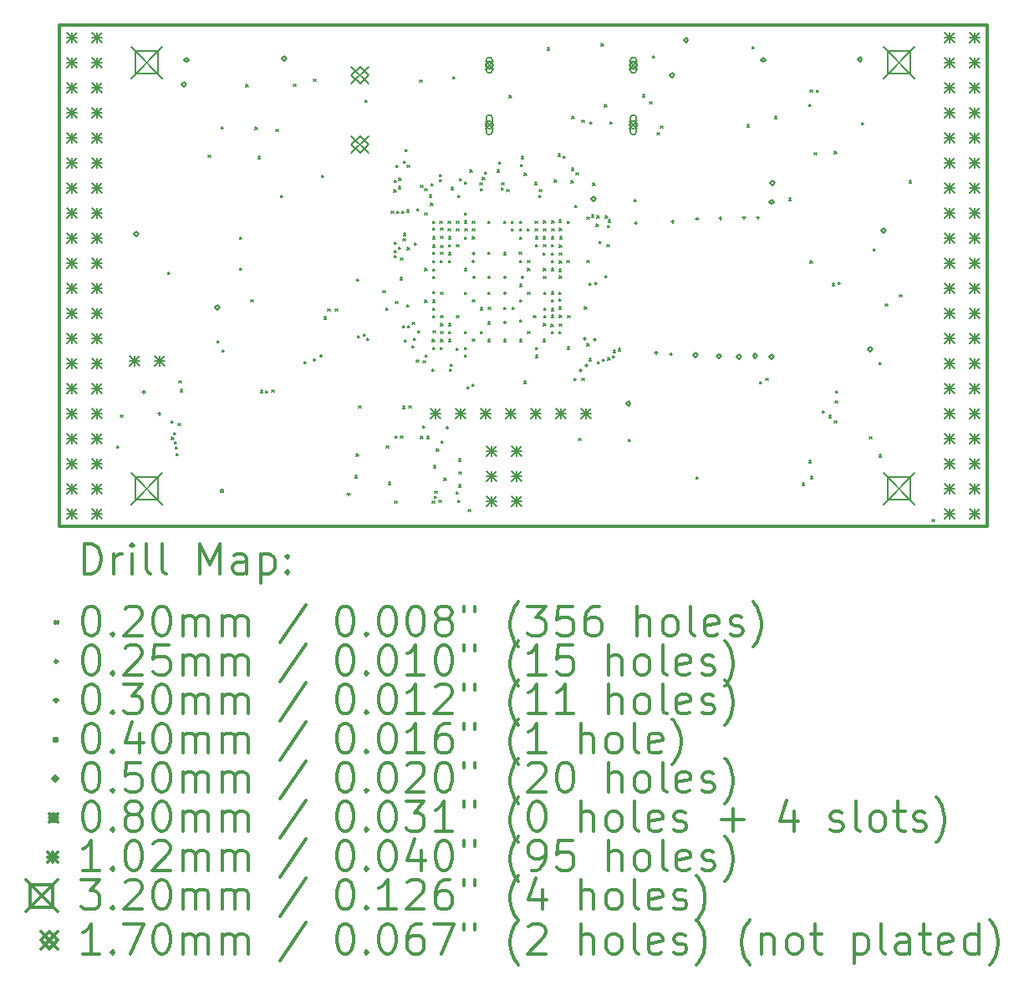
<source format=gbr>
%FSLAX45Y45*%
G04 Gerber Fmt 4.5, Leading zero omitted, Abs format (unit mm)*
G04 Created by KiCad (PCBNEW 4.0.7+dfsg1-1) date Mon Jan  8 20:14:47 2018*
%MOMM*%
%LPD*%
G01*
G04 APERTURE LIST*
%ADD10C,0.127000*%
%ADD11C,0.300000*%
%ADD12C,0.200000*%
G04 APERTURE END LIST*
D10*
D11*
X9410000Y-6142000D02*
X9410000Y-11222000D01*
X18808000Y-6142000D02*
X9410000Y-6142000D01*
X18808000Y-11222000D02*
X18808000Y-6142000D01*
X9410000Y-11222000D02*
X18808000Y-11222000D01*
D12*
X9998000Y-10410000D02*
X10018000Y-10430000D01*
X10018000Y-10410000D02*
X9998000Y-10430000D01*
X10035000Y-10094400D02*
X10055000Y-10114400D01*
X10055000Y-10094400D02*
X10035000Y-10114400D01*
X10514501Y-8649556D02*
X10534501Y-8669556D01*
X10534501Y-8649556D02*
X10514501Y-8669556D01*
X10547276Y-10156132D02*
X10567276Y-10176132D01*
X10567276Y-10156132D02*
X10547276Y-10176132D01*
X10552725Y-10321224D02*
X10572725Y-10341224D01*
X10572725Y-10321224D02*
X10552725Y-10341224D01*
X10571376Y-10271934D02*
X10591376Y-10291934D01*
X10591376Y-10271934D02*
X10571376Y-10291934D01*
X10579560Y-10366582D02*
X10599560Y-10386582D01*
X10599560Y-10366582D02*
X10579560Y-10386582D01*
X10589272Y-10418380D02*
X10609272Y-10438380D01*
X10609272Y-10418380D02*
X10589272Y-10438380D01*
X10598875Y-10487404D02*
X10618875Y-10507404D01*
X10618875Y-10487404D02*
X10598875Y-10507404D01*
X10617613Y-10179347D02*
X10637613Y-10199347D01*
X10637613Y-10179347D02*
X10617613Y-10199347D01*
X10626851Y-9749810D02*
X10646851Y-9769810D01*
X10646851Y-9749810D02*
X10626851Y-9769810D01*
X10637720Y-9838777D02*
X10657720Y-9858777D01*
X10657720Y-9838777D02*
X10637720Y-9858777D01*
X10922380Y-7460622D02*
X10942380Y-7480622D01*
X10942380Y-7460622D02*
X10922380Y-7480622D01*
X11014904Y-9343377D02*
X11034904Y-9363377D01*
X11034904Y-9343377D02*
X11014904Y-9363377D01*
X11053250Y-7177763D02*
X11073250Y-7197763D01*
X11073250Y-7177763D02*
X11053250Y-7197763D01*
X11061873Y-9435178D02*
X11081873Y-9455178D01*
X11081873Y-9435178D02*
X11061873Y-9455178D01*
X11241500Y-8291000D02*
X11261500Y-8311000D01*
X11261500Y-8291000D02*
X11241500Y-8311000D01*
X11241500Y-8608500D02*
X11261500Y-8628500D01*
X11261500Y-8608500D02*
X11241500Y-8628500D01*
X11305725Y-6746706D02*
X11325725Y-6766706D01*
X11325725Y-6746706D02*
X11305725Y-6766706D01*
X11355800Y-8926000D02*
X11375800Y-8946000D01*
X11375800Y-8926000D02*
X11355800Y-8946000D01*
X11397580Y-7180391D02*
X11417580Y-7200391D01*
X11417580Y-7180391D02*
X11397580Y-7200391D01*
X11427151Y-7475952D02*
X11447151Y-7495952D01*
X11447151Y-7475952D02*
X11427151Y-7495952D01*
X11450432Y-9847368D02*
X11470432Y-9867368D01*
X11470432Y-9847368D02*
X11450432Y-9867368D01*
X11506503Y-9849805D02*
X11526503Y-9869805D01*
X11526503Y-9849805D02*
X11506503Y-9869805D01*
X11565982Y-9840204D02*
X11585982Y-9860204D01*
X11585982Y-9840204D02*
X11565982Y-9860204D01*
X11609800Y-7198800D02*
X11629800Y-7218800D01*
X11629800Y-7198800D02*
X11609800Y-7218800D01*
X11655434Y-7867799D02*
X11675434Y-7887799D01*
X11675434Y-7867799D02*
X11655434Y-7887799D01*
X11787600Y-6741600D02*
X11807600Y-6761600D01*
X11807600Y-6741600D02*
X11787600Y-6761600D01*
X11890851Y-9556294D02*
X11910851Y-9576294D01*
X11910851Y-9556294D02*
X11890851Y-9576294D01*
X11990800Y-6690800D02*
X12010800Y-6710800D01*
X12010800Y-6690800D02*
X11990800Y-6710800D01*
X12073455Y-7667909D02*
X12093455Y-7687909D01*
X12093455Y-7667909D02*
X12073455Y-7687909D01*
X12094120Y-9102507D02*
X12114120Y-9122507D01*
X12114120Y-9102507D02*
X12094120Y-9122507D01*
X12133122Y-9021159D02*
X12153122Y-9041159D01*
X12153122Y-9021159D02*
X12133122Y-9041159D01*
X12210705Y-9019931D02*
X12230705Y-9039931D01*
X12230705Y-9019931D02*
X12210705Y-9039931D01*
X12410242Y-10710764D02*
X12430242Y-10730764D01*
X12430242Y-10710764D02*
X12410242Y-10730764D01*
X12422216Y-10490236D02*
X12442216Y-10510236D01*
X12442216Y-10490236D02*
X12422216Y-10510236D01*
X12426118Y-8717437D02*
X12446118Y-8737437D01*
X12446118Y-8717437D02*
X12426118Y-8737437D01*
X12426118Y-8717437D02*
X12446118Y-8737437D01*
X12446118Y-8717437D02*
X12426118Y-8737437D01*
X12435300Y-9294300D02*
X12455300Y-9314300D01*
X12455300Y-9294300D02*
X12435300Y-9314300D01*
X12448000Y-10005500D02*
X12468000Y-10025500D01*
X12468000Y-10005500D02*
X12448000Y-10025500D01*
X12493947Y-9273441D02*
X12513947Y-9293441D01*
X12513947Y-9273441D02*
X12493947Y-9293441D01*
X12509354Y-6905685D02*
X12529354Y-6925685D01*
X12529354Y-6905685D02*
X12509354Y-6925685D01*
X12525648Y-9315540D02*
X12545648Y-9335540D01*
X12545648Y-9315540D02*
X12525648Y-9335540D01*
X12694005Y-8832641D02*
X12714005Y-8852641D01*
X12714005Y-8832641D02*
X12694005Y-8852641D01*
X12720827Y-9012146D02*
X12740827Y-9032146D01*
X12740827Y-9012146D02*
X12720827Y-9032146D01*
X12728568Y-10410367D02*
X12748568Y-10430367D01*
X12748568Y-10410367D02*
X12728568Y-10430367D01*
X12748660Y-10777504D02*
X12768660Y-10797504D01*
X12768660Y-10777504D02*
X12748660Y-10797504D01*
X12778962Y-8030743D02*
X12798962Y-8050743D01*
X12798962Y-8030743D02*
X12778962Y-8050743D01*
X12802557Y-7813365D02*
X12822557Y-7833365D01*
X12822557Y-7813365D02*
X12802557Y-7833365D01*
X12805201Y-7715784D02*
X12825201Y-7735784D01*
X12825201Y-7715784D02*
X12805201Y-7735784D01*
X12806546Y-8342876D02*
X12826546Y-8362876D01*
X12826546Y-8342876D02*
X12806546Y-8362876D01*
X12808326Y-8427917D02*
X12828326Y-8447917D01*
X12828326Y-8427917D02*
X12808326Y-8447917D01*
X12810326Y-8480580D02*
X12830326Y-8500580D01*
X12830326Y-8480580D02*
X12810326Y-8500580D01*
X12811634Y-10966034D02*
X12831634Y-10986034D01*
X12831634Y-10966034D02*
X12811634Y-10986034D01*
X12818000Y-10310000D02*
X12838000Y-10330000D01*
X12838000Y-10310000D02*
X12818000Y-10330000D01*
X12821209Y-8945692D02*
X12841209Y-8965692D01*
X12841209Y-8945692D02*
X12821209Y-8965692D01*
X12823318Y-7566981D02*
X12843318Y-7586981D01*
X12843318Y-7566981D02*
X12823318Y-7586981D01*
X12831658Y-8029985D02*
X12851658Y-8049985D01*
X12851658Y-8029985D02*
X12831658Y-8049985D01*
X12849054Y-7779404D02*
X12869054Y-7799404D01*
X12869054Y-7779404D02*
X12849054Y-7799404D01*
X12851148Y-8397198D02*
X12871148Y-8417198D01*
X12871148Y-8397198D02*
X12851148Y-8417198D01*
X12854493Y-7695003D02*
X12874493Y-7715003D01*
X12874493Y-7695003D02*
X12854493Y-7715003D01*
X12867665Y-8702786D02*
X12887665Y-8722786D01*
X12887665Y-8702786D02*
X12867665Y-8722786D01*
X12870682Y-10308590D02*
X12890682Y-10328590D01*
X12890682Y-10308590D02*
X12870682Y-10328590D01*
X12872311Y-8505356D02*
X12892311Y-8525356D01*
X12892311Y-8505356D02*
X12872311Y-8525356D01*
X12884359Y-8029973D02*
X12904359Y-8049973D01*
X12904359Y-8029973D02*
X12884359Y-8049973D01*
X12890520Y-10007480D02*
X12910520Y-10027480D01*
X12910520Y-10007480D02*
X12890520Y-10027480D01*
X12890672Y-9188599D02*
X12910672Y-9208599D01*
X12910672Y-9188599D02*
X12890672Y-9208599D01*
X12895438Y-8307924D02*
X12915438Y-8327924D01*
X12915438Y-8307924D02*
X12895438Y-8327924D01*
X12900909Y-8255507D02*
X12920909Y-8275507D01*
X12920909Y-8255507D02*
X12900909Y-8275507D01*
X12902508Y-7521580D02*
X12922508Y-7541580D01*
X12922508Y-7521580D02*
X12902508Y-7541580D01*
X12908218Y-9334105D02*
X12928218Y-9354105D01*
X12928218Y-9334105D02*
X12908218Y-9354105D01*
X12915222Y-7404246D02*
X12935222Y-7424246D01*
X12935222Y-7404246D02*
X12915222Y-7424246D01*
X12934924Y-8977393D02*
X12954924Y-8997393D01*
X12954924Y-8977393D02*
X12934924Y-8997393D01*
X12935799Y-8018511D02*
X12955799Y-8038511D01*
X12955799Y-8018511D02*
X12935799Y-8038511D01*
X12938767Y-8397993D02*
X12958767Y-8417993D01*
X12958767Y-8397993D02*
X12938767Y-8417993D01*
X12939334Y-7563781D02*
X12959334Y-7583781D01*
X12959334Y-7563781D02*
X12939334Y-7583781D01*
X12943373Y-9188599D02*
X12963373Y-9208599D01*
X12963373Y-9188599D02*
X12943373Y-9208599D01*
X12956000Y-10005500D02*
X12976000Y-10025500D01*
X12976000Y-10005500D02*
X12956000Y-10025500D01*
X12987831Y-9391914D02*
X13007831Y-9411914D01*
X13007831Y-9391914D02*
X12987831Y-9411914D01*
X12988324Y-9156898D02*
X13008324Y-9176898D01*
X13008324Y-9156898D02*
X12988324Y-9176898D01*
X13003525Y-9318871D02*
X13023525Y-9338871D01*
X13023525Y-9318871D02*
X13003525Y-9338871D01*
X13010463Y-8349948D02*
X13030463Y-8369948D01*
X13030463Y-8349948D02*
X13010463Y-8369948D01*
X13032200Y-9535600D02*
X13052200Y-9555600D01*
X13052200Y-9535600D02*
X13032200Y-9555600D01*
X13038990Y-8006723D02*
X13058990Y-8026723D01*
X13058990Y-8006723D02*
X13038990Y-8026723D01*
X13046657Y-9241208D02*
X13066657Y-9261208D01*
X13066657Y-9241208D02*
X13046657Y-9261208D01*
X13066199Y-6701962D02*
X13086199Y-6721962D01*
X13086199Y-6701962D02*
X13066199Y-6721962D01*
X13073949Y-10310829D02*
X13093949Y-10330829D01*
X13093949Y-10310829D02*
X13073949Y-10330829D01*
X13075683Y-7768682D02*
X13095683Y-7788682D01*
X13095683Y-7768682D02*
X13075683Y-7788682D01*
X13093907Y-10208700D02*
X13113907Y-10228700D01*
X13113907Y-10208700D02*
X13093907Y-10228700D01*
X13098471Y-9546418D02*
X13118471Y-9566418D01*
X13118471Y-9546418D02*
X13098471Y-9566418D01*
X13115313Y-7803422D02*
X13135313Y-7823422D01*
X13135313Y-7803422D02*
X13115313Y-7823422D01*
X13117530Y-8049575D02*
X13137530Y-8069575D01*
X13137530Y-8049575D02*
X13117530Y-8069575D01*
X13117831Y-8611310D02*
X13137831Y-8631310D01*
X13137831Y-8611310D02*
X13117831Y-8631310D01*
X13117950Y-8930733D02*
X13137950Y-8950733D01*
X13137950Y-8930733D02*
X13117950Y-8950733D01*
X13121616Y-9485914D02*
X13141616Y-9505914D01*
X13141616Y-9485914D02*
X13121616Y-9505914D01*
X13135385Y-10310829D02*
X13155385Y-10330829D01*
X13155385Y-10310829D02*
X13135385Y-10330829D01*
X13160933Y-7864587D02*
X13180933Y-7884587D01*
X13180933Y-7864587D02*
X13160933Y-7884587D01*
X13174731Y-7948989D02*
X13194731Y-7968989D01*
X13194731Y-7948989D02*
X13174731Y-7968989D01*
X13182329Y-7748485D02*
X13202329Y-7768485D01*
X13202329Y-7748485D02*
X13182329Y-7768485D01*
X13188633Y-9630479D02*
X13208633Y-9650479D01*
X13208633Y-9630479D02*
X13188633Y-9650479D01*
X13192441Y-10966678D02*
X13212441Y-10986678D01*
X13212441Y-10966678D02*
X13192441Y-10986678D01*
X13193199Y-9330000D02*
X13213199Y-9350000D01*
X13213199Y-9330000D02*
X13193199Y-9350000D01*
X13196210Y-8443398D02*
X13216210Y-8463398D01*
X13216210Y-8443398D02*
X13196210Y-8463398D01*
X13197298Y-8527799D02*
X13217298Y-8547799D01*
X13217298Y-8527799D02*
X13197298Y-8547799D01*
X13197562Y-8931064D02*
X13217562Y-8951064D01*
X13217562Y-8931064D02*
X13197562Y-8951064D01*
X13197765Y-9087799D02*
X13217765Y-9107799D01*
X13217765Y-9087799D02*
X13197765Y-9107799D01*
X13197902Y-8288404D02*
X13217902Y-8308404D01*
X13217902Y-8288404D02*
X13197902Y-8308404D01*
X13198000Y-8130000D02*
X13218000Y-8150000D01*
X13218000Y-8130000D02*
X13198000Y-8150000D01*
X13198000Y-8690000D02*
X13218000Y-8710000D01*
X13218000Y-8690000D02*
X13198000Y-8710000D01*
X13198000Y-9410000D02*
X13218000Y-9430000D01*
X13218000Y-9410000D02*
X13198000Y-9430000D01*
X13198001Y-8200333D02*
X13218001Y-8220333D01*
X13218001Y-8200333D02*
X13198001Y-8220333D01*
X13198296Y-9011078D02*
X13218296Y-9031078D01*
X13218296Y-9011078D02*
X13198296Y-9031078D01*
X13198303Y-8616041D02*
X13218303Y-8636041D01*
X13218303Y-8616041D02*
X13198303Y-8636041D01*
X13198368Y-8372806D02*
X13218368Y-8392806D01*
X13218368Y-8372806D02*
X13198368Y-8392806D01*
X13198405Y-8845827D02*
X13218405Y-8865827D01*
X13218405Y-8845827D02*
X13198405Y-8865827D01*
X13201075Y-9242748D02*
X13221075Y-9262748D01*
X13221075Y-9242748D02*
X13201075Y-9262748D01*
X13206286Y-10608587D02*
X13226286Y-10628587D01*
X13226286Y-10608587D02*
X13206286Y-10628587D01*
X13211973Y-10917729D02*
X13231973Y-10937729D01*
X13231973Y-10917729D02*
X13211973Y-10937729D01*
X13218587Y-10865445D02*
X13238587Y-10885445D01*
X13238587Y-10865445D02*
X13218587Y-10885445D01*
X13236800Y-10440341D02*
X13256800Y-10460341D01*
X13256800Y-10440341D02*
X13236800Y-10460341D01*
X13260800Y-10958000D02*
X13280800Y-10978000D01*
X13280800Y-10958000D02*
X13260800Y-10978000D01*
X13263724Y-7657621D02*
X13283724Y-7677621D01*
X13283724Y-7657621D02*
X13263724Y-7677621D01*
X13266117Y-7710267D02*
X13286117Y-7730267D01*
X13286117Y-7710267D02*
X13266117Y-7730267D01*
X13268334Y-8130000D02*
X13288334Y-8150000D01*
X13288334Y-8130000D02*
X13268334Y-8150000D01*
X13273464Y-8527799D02*
X13293464Y-8547799D01*
X13293464Y-8527799D02*
X13273464Y-8547799D01*
X13274623Y-9409707D02*
X13294623Y-9429707D01*
X13294623Y-9409707D02*
X13274623Y-9429707D01*
X13276300Y-8202454D02*
X13296300Y-8222454D01*
X13296300Y-8202454D02*
X13276300Y-8222454D01*
X13277177Y-8443398D02*
X13297177Y-8463398D01*
X13297177Y-8443398D02*
X13277177Y-8463398D01*
X13277261Y-8286855D02*
X13297261Y-8306855D01*
X13297261Y-8286855D02*
X13277261Y-8306855D01*
X13278000Y-8850000D02*
X13298000Y-8870000D01*
X13298000Y-8850000D02*
X13278000Y-8870000D01*
X13278000Y-9090000D02*
X13298000Y-9110000D01*
X13298000Y-9090000D02*
X13278000Y-9110000D01*
X13278000Y-9170000D02*
X13298000Y-9190000D01*
X13298000Y-9170000D02*
X13278000Y-9190000D01*
X13278000Y-9250000D02*
X13298000Y-9270000D01*
X13298000Y-9250000D02*
X13278000Y-9270000D01*
X13278000Y-9330000D02*
X13298000Y-9350000D01*
X13298000Y-9330000D02*
X13278000Y-9350000D01*
X13278089Y-8379783D02*
X13298089Y-8399784D01*
X13298089Y-8379783D02*
X13278089Y-8399784D01*
X13283696Y-10361100D02*
X13303696Y-10381100D01*
X13303696Y-10361100D02*
X13283696Y-10381100D01*
X13311600Y-10736500D02*
X13331600Y-10756500D01*
X13331600Y-10736500D02*
X13311600Y-10756500D01*
X13352736Y-8131468D02*
X13372736Y-8151468D01*
X13372736Y-8131468D02*
X13352736Y-8151468D01*
X13354839Y-8209060D02*
X13374839Y-8229060D01*
X13374839Y-8209060D02*
X13354839Y-8229060D01*
X13357194Y-8449520D02*
X13377194Y-8469520D01*
X13377194Y-8449520D02*
X13357194Y-8469520D01*
X13358000Y-8290000D02*
X13378000Y-8310000D01*
X13378000Y-8290000D02*
X13358000Y-8310000D01*
X13358000Y-8370000D02*
X13378000Y-8390000D01*
X13378000Y-8370000D02*
X13358000Y-8390000D01*
X13358000Y-8530000D02*
X13378000Y-8550000D01*
X13378000Y-8530000D02*
X13358000Y-8550000D01*
X13358000Y-9170000D02*
X13378000Y-9190000D01*
X13378000Y-9170000D02*
X13358000Y-9190000D01*
X13358000Y-9250000D02*
X13378000Y-9270000D01*
X13378000Y-9250000D02*
X13358000Y-9270000D01*
X13358548Y-9330230D02*
X13378548Y-9350230D01*
X13378548Y-9330230D02*
X13358548Y-9350230D01*
X13366285Y-9629515D02*
X13386285Y-9649515D01*
X13386285Y-9629515D02*
X13366285Y-9649515D01*
X13375239Y-9577580D02*
X13395239Y-9597580D01*
X13395239Y-9577580D02*
X13375239Y-9597580D01*
X13384238Y-7788077D02*
X13404238Y-7808077D01*
X13404238Y-7788077D02*
X13384238Y-7808077D01*
X13397916Y-6668615D02*
X13417916Y-6688615D01*
X13417916Y-6668615D02*
X13397916Y-6688615D01*
X13435582Y-9416717D02*
X13455582Y-9436717D01*
X13455582Y-9416717D02*
X13435582Y-9436717D01*
X13436400Y-10874197D02*
X13456400Y-10894197D01*
X13456400Y-10874197D02*
X13436400Y-10894197D01*
X13437137Y-8130675D02*
X13457137Y-8150675D01*
X13457137Y-8130675D02*
X13437137Y-8150675D01*
X13437651Y-8208015D02*
X13457651Y-8228015D01*
X13457651Y-8208015D02*
X13437651Y-8228015D01*
X13438000Y-8370000D02*
X13458000Y-8390000D01*
X13458000Y-8370000D02*
X13438000Y-8390000D01*
X13438000Y-9090000D02*
X13458000Y-9110000D01*
X13458000Y-9090000D02*
X13438000Y-9110000D01*
X13451300Y-7871900D02*
X13471300Y-7891900D01*
X13471300Y-7871900D02*
X13451300Y-7891900D01*
X13453687Y-10961995D02*
X13473687Y-10981995D01*
X13473687Y-10961995D02*
X13453687Y-10981995D01*
X13457587Y-10803159D02*
X13477587Y-10823159D01*
X13477587Y-10803159D02*
X13457587Y-10823159D01*
X13460735Y-10540845D02*
X13480735Y-10560845D01*
X13480735Y-10540845D02*
X13460735Y-10560845D01*
X13465065Y-10671051D02*
X13485065Y-10691051D01*
X13485065Y-10671051D02*
X13465065Y-10691051D01*
X13465805Y-7703014D02*
X13485805Y-7723014D01*
X13485805Y-7703014D02*
X13465805Y-7723014D01*
X13517331Y-8851860D02*
X13537331Y-8871860D01*
X13537331Y-8851860D02*
X13517331Y-8871860D01*
X13518000Y-8292201D02*
X13538000Y-8312201D01*
X13538000Y-8292201D02*
X13518000Y-8312201D01*
X13518000Y-8610000D02*
X13538000Y-8630000D01*
X13538000Y-8610000D02*
X13518000Y-8630000D01*
X13518000Y-9250000D02*
X13538000Y-9270000D01*
X13538000Y-9250000D02*
X13518000Y-9270000D01*
X13518006Y-7736330D02*
X13538006Y-7756330D01*
X13538006Y-7736330D02*
X13518006Y-7756330D01*
X13518128Y-8048312D02*
X13538128Y-8068312D01*
X13538128Y-8048312D02*
X13518128Y-8068312D01*
X13518463Y-9488530D02*
X13538463Y-9508530D01*
X13538463Y-9488530D02*
X13518463Y-9508530D01*
X13518862Y-9412562D02*
X13538862Y-9432562D01*
X13538862Y-9412562D02*
X13518862Y-9432562D01*
X13521538Y-8129192D02*
X13541538Y-8149192D01*
X13541538Y-8129192D02*
X13521538Y-8149192D01*
X13522052Y-8209644D02*
X13542052Y-8229644D01*
X13542052Y-8209644D02*
X13522052Y-8229644D01*
X13541702Y-9806717D02*
X13561702Y-9826717D01*
X13561702Y-9806717D02*
X13541702Y-9826717D01*
X13555656Y-11051071D02*
X13575656Y-11071071D01*
X13575656Y-11051071D02*
X13555656Y-11071071D01*
X13573070Y-7610061D02*
X13593070Y-7630061D01*
X13593070Y-7610061D02*
X13573070Y-7630061D01*
X13592822Y-9782273D02*
X13612822Y-9802273D01*
X13612822Y-9782273D02*
X13592822Y-9802273D01*
X13598000Y-8210000D02*
X13618000Y-8230000D01*
X13618000Y-8210000D02*
X13598000Y-8230000D01*
X13598000Y-8290000D02*
X13618000Y-8310000D01*
X13618000Y-8290000D02*
X13598000Y-8310000D01*
X13598517Y-8929483D02*
X13618517Y-8949483D01*
X13618517Y-8929483D02*
X13598517Y-8949483D01*
X13599596Y-9326965D02*
X13619596Y-9346965D01*
X13619596Y-9326965D02*
X13599596Y-9346965D01*
X13599639Y-8129507D02*
X13619639Y-8149507D01*
X13619639Y-8129507D02*
X13599639Y-8149507D01*
X13675954Y-7745082D02*
X13695954Y-7765082D01*
X13695954Y-7745082D02*
X13675954Y-7765082D01*
X13678000Y-9250000D02*
X13698000Y-9270000D01*
X13698000Y-9250000D02*
X13678000Y-9270000D01*
X13678517Y-9009483D02*
X13698517Y-9029483D01*
X13698517Y-9009483D02*
X13678517Y-9029483D01*
X13682206Y-7799789D02*
X13702206Y-7819789D01*
X13702206Y-7799789D02*
X13682206Y-7819789D01*
X13700695Y-7687992D02*
X13720695Y-7707992D01*
X13720695Y-7687992D02*
X13700695Y-7707992D01*
X13720873Y-7631502D02*
X13740873Y-7651502D01*
X13740873Y-7631502D02*
X13720873Y-7651502D01*
X13755905Y-9153803D02*
X13775905Y-9173803D01*
X13775905Y-9153803D02*
X13755905Y-9173803D01*
X13758000Y-8130000D02*
X13778000Y-8150000D01*
X13778000Y-8130000D02*
X13758000Y-8150000D01*
X13758000Y-8850000D02*
X13778000Y-8870000D01*
X13778000Y-8850000D02*
X13758000Y-8870000D01*
X13758000Y-9330000D02*
X13778000Y-9350000D01*
X13778000Y-9330000D02*
X13758000Y-9350000D01*
X13758056Y-8443409D02*
X13778056Y-8463409D01*
X13778056Y-8443409D02*
X13758056Y-8463409D01*
X13758900Y-9002299D02*
X13778900Y-9022299D01*
X13778900Y-9002299D02*
X13758900Y-9022299D01*
X13848000Y-7610000D02*
X13868000Y-7630000D01*
X13868000Y-7610000D02*
X13848000Y-7630000D01*
X13867920Y-7530076D02*
X13887920Y-7550076D01*
X13887920Y-7530076D02*
X13867920Y-7550076D01*
X13893411Y-7794095D02*
X13913411Y-7814095D01*
X13913411Y-7794095D02*
X13893411Y-7814095D01*
X13894675Y-7741409D02*
X13914675Y-7761409D01*
X13914675Y-7741409D02*
X13894675Y-7761409D01*
X13917252Y-8451135D02*
X13937252Y-8471135D01*
X13937252Y-8451135D02*
X13917252Y-8471135D01*
X13918000Y-8130000D02*
X13938000Y-8150000D01*
X13938000Y-8130000D02*
X13918000Y-8150000D01*
X13918000Y-9002299D02*
X13938000Y-9022299D01*
X13938000Y-9002299D02*
X13918000Y-9022299D01*
X13918000Y-9330000D02*
X13938000Y-9350000D01*
X13938000Y-9330000D02*
X13918000Y-9350000D01*
X13947862Y-7810586D02*
X13967862Y-7830586D01*
X13967862Y-7810586D02*
X13947862Y-7830586D01*
X13972000Y-6856567D02*
X13992000Y-6876567D01*
X13992000Y-6856567D02*
X13972000Y-6876567D01*
X13993095Y-8210000D02*
X14013095Y-8230000D01*
X14013095Y-8210000D02*
X13993095Y-8230000D01*
X13993599Y-8130000D02*
X14013599Y-8150000D01*
X14013599Y-8130000D02*
X13993599Y-8150000D01*
X13999489Y-9002299D02*
X14019489Y-9022299D01*
X14019489Y-9002299D02*
X13999489Y-9022299D01*
X14073600Y-8443400D02*
X14093600Y-8463400D01*
X14093600Y-8443400D02*
X14073600Y-8463400D01*
X14076403Y-8294140D02*
X14096403Y-8314140D01*
X14096403Y-8294140D02*
X14076403Y-8314140D01*
X14077419Y-9133335D02*
X14097419Y-9153335D01*
X14097419Y-9133335D02*
X14077419Y-9153335D01*
X14077497Y-8207716D02*
X14097497Y-8227716D01*
X14097497Y-8207716D02*
X14077497Y-8227716D01*
X14078000Y-8130000D02*
X14098000Y-8150000D01*
X14098000Y-8130000D02*
X14078000Y-8150000D01*
X14078000Y-8530000D02*
X14098000Y-8550000D01*
X14098000Y-8530000D02*
X14078000Y-8550000D01*
X14078000Y-8770000D02*
X14098000Y-8790000D01*
X14098000Y-8770000D02*
X14078000Y-8790000D01*
X14078000Y-8930000D02*
X14098000Y-8950000D01*
X14098000Y-8930000D02*
X14078000Y-8950000D01*
X14078000Y-9330000D02*
X14098000Y-9350000D01*
X14098000Y-9330000D02*
X14078000Y-9350000D01*
X14088006Y-7558194D02*
X14108006Y-7578194D01*
X14108006Y-7558194D02*
X14088006Y-7578194D01*
X14094664Y-7477380D02*
X14114664Y-7497380D01*
X14114664Y-7477380D02*
X14094664Y-7497380D01*
X14118066Y-9754201D02*
X14138066Y-9774201D01*
X14138066Y-9754201D02*
X14118066Y-9774201D01*
X14124297Y-7645500D02*
X14144297Y-7665500D01*
X14144297Y-7645500D02*
X14124297Y-7665500D01*
X14156269Y-8210778D02*
X14176269Y-8230778D01*
X14176269Y-8210778D02*
X14156269Y-8230778D01*
X14158000Y-8530000D02*
X14178000Y-8550000D01*
X14178000Y-8530000D02*
X14158000Y-8550000D01*
X14158000Y-8610000D02*
X14178000Y-8630000D01*
X14178000Y-8610000D02*
X14158000Y-8630000D01*
X14158000Y-8850000D02*
X14178000Y-8870000D01*
X14178000Y-8850000D02*
X14158000Y-8870000D01*
X14158000Y-9250000D02*
X14178000Y-9270000D01*
X14178000Y-9250000D02*
X14158000Y-9270000D01*
X14217799Y-9090000D02*
X14237799Y-9110000D01*
X14237799Y-9090000D02*
X14217799Y-9110000D01*
X14227745Y-7739745D02*
X14247745Y-7759745D01*
X14247745Y-7739745D02*
X14227745Y-7759745D01*
X14233746Y-8208147D02*
X14253746Y-8228147D01*
X14253746Y-8208147D02*
X14233746Y-8228147D01*
X14235691Y-8130580D02*
X14255691Y-8150580D01*
X14255691Y-8130580D02*
X14235691Y-8150580D01*
X14237355Y-8289891D02*
X14257355Y-8309891D01*
X14257355Y-8289891D02*
X14237355Y-8309891D01*
X14238000Y-8370000D02*
X14258000Y-8390000D01*
X14258000Y-8370000D02*
X14238000Y-8390000D01*
X14238000Y-9410000D02*
X14258000Y-9430000D01*
X14258000Y-9410000D02*
X14238000Y-9430000D01*
X14238000Y-9490000D02*
X14258000Y-9510000D01*
X14258000Y-9490000D02*
X14238000Y-9510000D01*
X14274121Y-7868425D02*
X14294121Y-7888425D01*
X14294121Y-7868425D02*
X14274121Y-7888425D01*
X14276427Y-7811737D02*
X14296427Y-7831737D01*
X14296427Y-7811737D02*
X14276427Y-7831737D01*
X14315799Y-8290000D02*
X14335799Y-8310000D01*
X14335799Y-8290000D02*
X14315799Y-8310000D01*
X14316000Y-8452000D02*
X14336000Y-8472000D01*
X14336000Y-8452000D02*
X14316000Y-8472000D01*
X14316969Y-9331491D02*
X14336969Y-9351491D01*
X14336969Y-9331491D02*
X14316969Y-9351491D01*
X14318000Y-8370000D02*
X14338000Y-8390000D01*
X14338000Y-8370000D02*
X14318000Y-8390000D01*
X14318000Y-8690000D02*
X14338000Y-8710000D01*
X14338000Y-8690000D02*
X14318000Y-8710000D01*
X14318000Y-9170000D02*
X14338000Y-9190000D01*
X14338000Y-9170000D02*
X14318000Y-9190000D01*
X14318147Y-8210607D02*
X14338147Y-8230607D01*
X14338147Y-8210607D02*
X14318147Y-8230607D01*
X14320000Y-8612000D02*
X14340000Y-8632000D01*
X14340000Y-8612000D02*
X14320000Y-8632000D01*
X14320092Y-8127729D02*
X14340092Y-8147729D01*
X14340092Y-8127729D02*
X14320092Y-8147729D01*
X14322201Y-8849503D02*
X14342201Y-8869503D01*
X14342201Y-8849503D02*
X14322201Y-8869503D01*
X14322201Y-9010195D02*
X14342201Y-9030195D01*
X14342201Y-9010195D02*
X14322201Y-9030195D01*
X14322201Y-9090066D02*
X14342201Y-9110066D01*
X14342201Y-9090066D02*
X14322201Y-9110066D01*
X14355067Y-6376252D02*
X14375067Y-6396252D01*
X14375067Y-6376252D02*
X14355067Y-6396252D01*
X14396483Y-9177765D02*
X14416483Y-9197765D01*
X14416483Y-9177765D02*
X14396483Y-9197765D01*
X14397624Y-8929530D02*
X14417624Y-8949530D01*
X14417624Y-8929530D02*
X14397624Y-8949530D01*
X14397701Y-9016697D02*
X14417701Y-9036697D01*
X14417701Y-9016697D02*
X14397701Y-9036697D01*
X14398000Y-8610000D02*
X14418000Y-8630000D01*
X14418000Y-8610000D02*
X14398000Y-8630000D01*
X14398000Y-9085650D02*
X14418000Y-9105650D01*
X14418000Y-9085650D02*
X14398000Y-9105650D01*
X14398283Y-8848451D02*
X14418283Y-8868451D01*
X14418283Y-8848451D02*
X14398283Y-8868451D01*
X14400201Y-8290000D02*
X14420201Y-8310000D01*
X14420201Y-8290000D02*
X14400201Y-8310000D01*
X14400201Y-8529722D02*
X14420201Y-8549722D01*
X14420201Y-8529722D02*
X14400201Y-8549722D01*
X14400319Y-8367799D02*
X14420319Y-8387799D01*
X14420319Y-8367799D02*
X14400319Y-8387799D01*
X14400350Y-8456040D02*
X14420350Y-8476040D01*
X14420350Y-8456040D02*
X14400350Y-8476040D01*
X14401325Y-9248876D02*
X14421325Y-9268876D01*
X14421325Y-9248876D02*
X14401325Y-9268876D01*
X14402549Y-8208647D02*
X14422549Y-8228647D01*
X14422549Y-8208647D02*
X14402549Y-8228647D01*
X14404493Y-8128708D02*
X14424493Y-8148708D01*
X14424493Y-8128708D02*
X14404493Y-8148708D01*
X14429487Y-7711993D02*
X14449487Y-7731993D01*
X14449487Y-7711993D02*
X14429487Y-7731993D01*
X14468000Y-7449038D02*
X14488000Y-7469038D01*
X14488000Y-7449038D02*
X14468000Y-7469038D01*
X14475581Y-8916848D02*
X14495581Y-8936848D01*
X14495581Y-8916848D02*
X14475581Y-8936848D01*
X14476724Y-9001248D02*
X14496724Y-9021248D01*
X14496724Y-9001248D02*
X14476724Y-9021248D01*
X14477515Y-8619275D02*
X14497515Y-8639275D01*
X14497515Y-8619275D02*
X14477515Y-8639275D01*
X14477765Y-8852201D02*
X14497765Y-8872201D01*
X14497765Y-8852201D02*
X14477765Y-8872201D01*
X14478001Y-8120333D02*
X14498001Y-8140333D01*
X14498001Y-8120333D02*
X14478001Y-8140333D01*
X14478235Y-9247799D02*
X14498235Y-9267799D01*
X14498235Y-9247799D02*
X14478235Y-9267799D01*
X14478812Y-8204734D02*
X14498812Y-8224734D01*
X14498812Y-8204734D02*
X14478812Y-8224734D01*
X14478935Y-8534874D02*
X14498935Y-8554874D01*
X14498935Y-8534874D02*
X14478935Y-8554874D01*
X14479432Y-8687756D02*
X14499432Y-8707756D01*
X14499432Y-8687756D02*
X14479432Y-8707756D01*
X14479670Y-8373537D02*
X14499670Y-8393537D01*
X14499670Y-8373537D02*
X14479670Y-8393537D01*
X14480000Y-9172000D02*
X14500000Y-9192000D01*
X14500000Y-9172000D02*
X14480000Y-9192000D01*
X14480294Y-9085650D02*
X14500294Y-9105650D01*
X14500294Y-9085650D02*
X14480294Y-9105650D01*
X14481241Y-8453582D02*
X14501241Y-8473582D01*
X14501241Y-8453582D02*
X14481241Y-8473582D01*
X14481689Y-8289136D02*
X14501689Y-8309136D01*
X14501689Y-8289136D02*
X14481689Y-8309136D01*
X14515569Y-7471722D02*
X14535569Y-7491722D01*
X14535569Y-7471722D02*
X14515569Y-7491722D01*
X14557281Y-8529606D02*
X14577281Y-8549606D01*
X14577281Y-8529606D02*
X14557281Y-8549606D01*
X14558000Y-8130512D02*
X14578000Y-8150512D01*
X14578000Y-8130512D02*
X14558000Y-8150512D01*
X14559124Y-9406675D02*
X14579124Y-9426675D01*
X14579124Y-9406675D02*
X14559124Y-9426675D01*
X14565987Y-9091018D02*
X14585987Y-9111018D01*
X14585987Y-9091018D02*
X14565987Y-9111018D01*
X14598908Y-7720057D02*
X14618908Y-7740057D01*
X14618908Y-7720057D02*
X14598908Y-7740057D01*
X14603080Y-7596013D02*
X14623080Y-7616013D01*
X14623080Y-7596013D02*
X14603080Y-7616013D01*
X14608000Y-7070000D02*
X14628000Y-7090000D01*
X14628000Y-7070000D02*
X14608000Y-7090000D01*
X14629479Y-9723392D02*
X14649479Y-9743392D01*
X14649479Y-9723392D02*
X14629479Y-9743392D01*
X14638141Y-7971938D02*
X14658141Y-7991938D01*
X14658141Y-7971938D02*
X14638141Y-7991938D01*
X14647773Y-7640082D02*
X14667773Y-7660082D01*
X14667773Y-7640082D02*
X14647773Y-7660082D01*
X14674429Y-10335274D02*
X14694429Y-10355274D01*
X14694429Y-10335274D02*
X14674429Y-10355274D01*
X14707598Y-9723392D02*
X14727598Y-9743392D01*
X14727598Y-9723392D02*
X14707598Y-9743392D01*
X14708600Y-7110000D02*
X14728600Y-7130000D01*
X14728600Y-7110000D02*
X14708600Y-7130000D01*
X14733095Y-9001248D02*
X14753095Y-9021248D01*
X14753095Y-9001248D02*
X14733095Y-9021248D01*
X14758739Y-8527409D02*
X14778739Y-8547409D01*
X14778739Y-8527409D02*
X14758739Y-8547409D01*
X14758831Y-8088311D02*
X14778831Y-8108311D01*
X14778831Y-8088311D02*
X14758831Y-8108311D01*
X14760000Y-9372000D02*
X14780000Y-9392000D01*
X14780000Y-9372000D02*
X14760000Y-9392000D01*
X14781079Y-8758342D02*
X14801079Y-8778342D01*
X14801079Y-8758342D02*
X14781079Y-8778342D01*
X14782886Y-9523902D02*
X14802886Y-9543902D01*
X14802886Y-9523902D02*
X14782886Y-9543902D01*
X14788315Y-7124708D02*
X14808315Y-7144708D01*
X14808315Y-7124708D02*
X14788315Y-7144708D01*
X14807525Y-8068155D02*
X14827525Y-8088155D01*
X14827525Y-8068155D02*
X14807525Y-8088155D01*
X14817193Y-7745807D02*
X14837193Y-7765807D01*
X14837193Y-7745807D02*
X14817193Y-7765807D01*
X14838354Y-8750817D02*
X14858354Y-8770817D01*
X14858354Y-8750817D02*
X14838354Y-8770817D01*
X14851066Y-8160586D02*
X14871066Y-8180586D01*
X14871066Y-8160586D02*
X14851066Y-8180586D01*
X14859611Y-8076185D02*
X14879611Y-8096185D01*
X14879611Y-8076185D02*
X14859611Y-8096185D01*
X14864798Y-9556963D02*
X14884798Y-9576963D01*
X14884798Y-9556963D02*
X14864798Y-9576963D01*
X14882151Y-8334201D02*
X14902151Y-8354201D01*
X14902151Y-8334201D02*
X14882151Y-8354201D01*
X14903412Y-6332405D02*
X14923412Y-6352405D01*
X14923412Y-6332405D02*
X14903412Y-6352405D01*
X14918439Y-9527799D02*
X14938439Y-9547799D01*
X14938439Y-9527799D02*
X14918439Y-9547799D01*
X14937595Y-6951968D02*
X14957595Y-6971968D01*
X14957595Y-6951968D02*
X14937595Y-6971968D01*
X14943392Y-8680994D02*
X14963392Y-8700994D01*
X14963392Y-8680994D02*
X14943392Y-8700994D01*
X14944975Y-8076843D02*
X14964975Y-8096843D01*
X14964975Y-8076843D02*
X14944975Y-8096843D01*
X14963249Y-8370769D02*
X14983249Y-8390769D01*
X14983249Y-8370769D02*
X14963249Y-8390769D01*
X14967169Y-8172566D02*
X14987169Y-8192566D01*
X14987169Y-8172566D02*
X14967169Y-8192566D01*
X14969589Y-9515108D02*
X14989589Y-9535108D01*
X14989589Y-9515108D02*
X14969589Y-9535108D01*
X14974647Y-8120398D02*
X14994647Y-8140398D01*
X14994647Y-8120398D02*
X14974647Y-8140398D01*
X14993085Y-7123185D02*
X15013085Y-7143185D01*
X15013085Y-7123185D02*
X14993085Y-7143185D01*
X15017890Y-9494025D02*
X15037890Y-9514025D01*
X15037890Y-9494025D02*
X15017890Y-9514025D01*
X15024597Y-9441753D02*
X15044597Y-9461753D01*
X15044597Y-9441753D02*
X15024597Y-9461753D01*
X15078921Y-9423257D02*
X15098921Y-9443257D01*
X15098921Y-9423257D02*
X15078921Y-9443257D01*
X15179638Y-10341072D02*
X15199638Y-10361072D01*
X15199638Y-10341072D02*
X15179638Y-10361072D01*
X15239707Y-7909347D02*
X15259707Y-7929347D01*
X15259707Y-7909347D02*
X15239707Y-7929347D01*
X15319711Y-6850829D02*
X15339711Y-6870829D01*
X15339711Y-6850829D02*
X15319711Y-6870829D01*
X15395230Y-6920230D02*
X15415230Y-6940230D01*
X15415230Y-6920230D02*
X15395230Y-6940230D01*
X15422933Y-6454377D02*
X15442933Y-6474377D01*
X15442933Y-6454377D02*
X15422933Y-6474377D01*
X15469400Y-7232600D02*
X15489400Y-7252600D01*
X15489400Y-7232600D02*
X15469400Y-7252600D01*
X15504936Y-7166453D02*
X15524936Y-7186453D01*
X15524936Y-7166453D02*
X15504936Y-7186453D01*
X15861665Y-10722518D02*
X15881665Y-10742518D01*
X15881665Y-10722518D02*
X15861665Y-10742518D01*
X16380885Y-7155186D02*
X16400885Y-7175186D01*
X16400885Y-7155186D02*
X16380885Y-7175186D01*
X16433388Y-6363745D02*
X16453388Y-6383745D01*
X16453388Y-6363745D02*
X16433388Y-6383745D01*
X16507059Y-9756632D02*
X16527059Y-9776632D01*
X16527059Y-9756632D02*
X16507059Y-9776632D01*
X16570337Y-9724488D02*
X16590337Y-9744488D01*
X16590337Y-9724488D02*
X16570337Y-9744488D01*
X16657891Y-7070355D02*
X16677891Y-7090355D01*
X16677891Y-7070355D02*
X16657891Y-7090355D01*
X16806644Y-7900804D02*
X16826644Y-7920804D01*
X16826644Y-7900804D02*
X16806644Y-7920804D01*
X16940659Y-10785373D02*
X16960659Y-10805373D01*
X16960659Y-10785373D02*
X16940659Y-10805373D01*
X17005773Y-10556635D02*
X17025773Y-10576635D01*
X17025773Y-10556635D02*
X17005773Y-10576635D01*
X17008296Y-6947101D02*
X17028296Y-6967101D01*
X17028296Y-6947101D02*
X17008296Y-6967101D01*
X17020000Y-6805100D02*
X17040000Y-6825100D01*
X17040000Y-6805100D02*
X17020000Y-6825100D01*
X17020954Y-8534153D02*
X17040954Y-8554153D01*
X17040954Y-8534153D02*
X17020954Y-8554153D01*
X17026290Y-10718620D02*
X17046290Y-10738620D01*
X17046290Y-10718620D02*
X17026290Y-10738620D01*
X17063590Y-7436498D02*
X17083590Y-7456498D01*
X17083590Y-7436498D02*
X17063590Y-7456498D01*
X17085000Y-6802556D02*
X17105000Y-6822556D01*
X17105000Y-6802556D02*
X17085000Y-6822556D01*
X17144030Y-10054574D02*
X17164030Y-10074574D01*
X17164030Y-10054574D02*
X17144030Y-10074574D01*
X17209336Y-10100566D02*
X17229336Y-10120566D01*
X17229336Y-10100566D02*
X17209336Y-10120566D01*
X17246454Y-8762201D02*
X17266454Y-8782201D01*
X17266454Y-8762201D02*
X17246454Y-8782201D01*
X17264664Y-7424799D02*
X17284664Y-7444799D01*
X17284664Y-7424799D02*
X17264664Y-7444799D01*
X17266127Y-10155168D02*
X17286127Y-10175168D01*
X17286127Y-10155168D02*
X17266127Y-10175168D01*
X17273463Y-9949992D02*
X17293463Y-9969992D01*
X17293463Y-9949992D02*
X17273463Y-9969992D01*
X17277992Y-9851865D02*
X17297992Y-9871865D01*
X17297992Y-9851865D02*
X17277992Y-9871865D01*
X17303795Y-8749428D02*
X17323795Y-8769428D01*
X17323795Y-8749428D02*
X17303795Y-8769428D01*
X17539563Y-7135743D02*
X17559563Y-7155743D01*
X17559563Y-7135743D02*
X17539563Y-7155743D01*
X17620559Y-10317981D02*
X17640559Y-10337981D01*
X17640559Y-10317981D02*
X17620559Y-10337981D01*
X17660000Y-8412000D02*
X17680000Y-8432000D01*
X17680000Y-8412000D02*
X17660000Y-8432000D01*
X17717400Y-10497912D02*
X17737400Y-10517912D01*
X17737400Y-10497912D02*
X17717400Y-10517912D01*
X17718500Y-9561000D02*
X17738500Y-9581000D01*
X17738500Y-9561000D02*
X17718500Y-9581000D01*
X17782698Y-8971206D02*
X17802698Y-8991206D01*
X17802698Y-8971206D02*
X17782698Y-8991206D01*
X17925151Y-8876833D02*
X17945151Y-8896833D01*
X17945151Y-8876833D02*
X17925151Y-8896833D01*
X18024078Y-7721693D02*
X18044078Y-7741693D01*
X18044078Y-7721693D02*
X18024078Y-7741693D01*
X18257515Y-11153763D02*
X18277515Y-11173763D01*
X18277515Y-11153763D02*
X18257515Y-11173763D01*
X12010516Y-9541295D02*
G75*
G03X12010516Y-9541295I-12700J0D01*
G01*
X12076103Y-9497760D02*
G75*
G03X12076103Y-9497760I-12700J0D01*
G01*
X13357629Y-10223262D02*
G75*
G03X13357629Y-10223262I-12700J0D01*
G01*
X13620700Y-8460000D02*
G75*
G03X13620700Y-8460000I-12700J0D01*
G01*
X13620700Y-8540000D02*
G75*
G03X13620700Y-8540000I-12700J0D01*
G01*
X13623799Y-8699540D02*
G75*
G03X13623799Y-8699540I-12700J0D01*
G01*
X13780700Y-8700000D02*
G75*
G03X13780700Y-8700000I-12700J0D01*
G01*
X13939164Y-9161521D02*
G75*
G03X13939164Y-9161521I-12700J0D01*
G01*
X13940700Y-8700000D02*
G75*
G03X13940700Y-8700000I-12700J0D01*
G01*
X13940700Y-8860000D02*
G75*
G03X13940700Y-8860000I-12700J0D01*
G01*
X14116986Y-8699500D02*
G75*
G03X14116986Y-8699500I-12700J0D01*
G01*
X14706928Y-9645206D02*
G75*
G03X14706928Y-9645206I-12700J0D01*
G01*
X14747089Y-9321713D02*
G75*
G03X14747089Y-9321713I-12700J0D01*
G01*
X14766147Y-9591326D02*
G75*
G03X14766147Y-9591326I-12700J0D01*
G01*
X14847601Y-9332231D02*
G75*
G03X14847601Y-9332231I-12700J0D01*
G01*
X10271005Y-9844495D02*
X10271005Y-9874495D01*
X10256005Y-9859495D02*
X10286005Y-9859495D01*
X10426000Y-10064000D02*
X10426000Y-10094000D01*
X10411000Y-10079000D02*
X10441000Y-10079000D01*
X12343700Y-10882200D02*
X12343700Y-10912200D01*
X12328700Y-10897200D02*
X12358700Y-10897200D01*
X15252594Y-8131387D02*
X15252594Y-8161387D01*
X15237594Y-8146387D02*
X15267594Y-8146387D01*
X15459390Y-9445795D02*
X15459390Y-9475795D01*
X15444390Y-9460795D02*
X15474390Y-9460795D01*
X15608824Y-9461298D02*
X15608824Y-9491298D01*
X15593824Y-9476298D02*
X15623824Y-9476298D01*
X15626277Y-8119937D02*
X15626277Y-8149937D01*
X15611277Y-8134937D02*
X15641277Y-8134937D01*
X15873113Y-8089893D02*
X15873113Y-8119893D01*
X15858113Y-8104893D02*
X15888113Y-8104893D01*
X16107576Y-8084202D02*
X16107576Y-8114202D01*
X16092576Y-8099202D02*
X16122576Y-8099202D01*
X16346298Y-8079243D02*
X16346298Y-8109243D01*
X16331298Y-8094243D02*
X16361298Y-8094243D01*
X16488287Y-8078899D02*
X16488287Y-8108899D01*
X16473287Y-8093899D02*
X16503287Y-8093899D01*
X11073534Y-10877788D02*
X11073534Y-10849504D01*
X11045249Y-10849504D01*
X11045249Y-10877788D01*
X11073534Y-10877788D01*
X10193207Y-8283505D02*
X10218207Y-8258505D01*
X10193207Y-8233505D01*
X10168207Y-8258505D01*
X10193207Y-8283505D01*
X10672042Y-6768630D02*
X10697042Y-6743630D01*
X10672042Y-6718630D01*
X10647042Y-6743630D01*
X10672042Y-6768630D01*
X10697481Y-6520397D02*
X10722481Y-6495397D01*
X10697481Y-6470397D01*
X10672481Y-6495397D01*
X10697481Y-6520397D01*
X11012889Y-9027815D02*
X11037889Y-9002815D01*
X11012889Y-8977815D01*
X10987889Y-9002815D01*
X11012889Y-9027815D01*
X11688050Y-6505294D02*
X11713050Y-6480294D01*
X11688050Y-6455294D01*
X11663050Y-6480294D01*
X11688050Y-6505294D01*
X14823746Y-7926909D02*
X14848746Y-7901909D01*
X14823746Y-7876909D01*
X14798746Y-7901909D01*
X14823746Y-7926909D01*
X15175800Y-10002400D02*
X15200800Y-9977400D01*
X15175800Y-9952400D01*
X15150800Y-9977400D01*
X15175800Y-10002400D01*
X15623558Y-6679836D02*
X15648558Y-6654836D01*
X15623558Y-6629836D01*
X15598558Y-6654836D01*
X15623558Y-6679836D01*
X15760000Y-6319400D02*
X15785000Y-6294400D01*
X15760000Y-6269400D01*
X15735000Y-6294400D01*
X15760000Y-6319400D01*
X15853999Y-9511877D02*
X15878999Y-9486877D01*
X15853999Y-9461877D01*
X15828999Y-9486877D01*
X15853999Y-9511877D01*
X16090540Y-9525644D02*
X16115540Y-9500644D01*
X16090540Y-9475644D01*
X16065540Y-9500644D01*
X16090540Y-9525644D01*
X16295610Y-9532849D02*
X16320610Y-9507849D01*
X16295610Y-9482849D01*
X16270610Y-9507849D01*
X16295610Y-9532849D01*
X16462573Y-9523247D02*
X16487573Y-9498247D01*
X16462573Y-9473247D01*
X16437573Y-9498247D01*
X16462573Y-9523247D01*
X16541725Y-6520467D02*
X16566725Y-6495467D01*
X16541725Y-6470467D01*
X16516725Y-6495467D01*
X16541725Y-6520467D01*
X16624896Y-7959841D02*
X16649896Y-7934841D01*
X16624896Y-7909841D01*
X16599896Y-7934841D01*
X16624896Y-7959841D01*
X16628469Y-9527515D02*
X16653469Y-9502515D01*
X16628469Y-9477515D01*
X16603469Y-9502515D01*
X16628469Y-9527515D01*
X16634336Y-7772799D02*
X16659336Y-7747799D01*
X16634336Y-7722799D01*
X16609336Y-7747799D01*
X16634336Y-7772799D01*
X17521033Y-6519894D02*
X17546033Y-6494894D01*
X17521033Y-6469894D01*
X17496033Y-6494894D01*
X17521033Y-6519894D01*
X17625494Y-9453846D02*
X17650494Y-9428846D01*
X17625494Y-9403846D01*
X17600494Y-9428846D01*
X17625494Y-9453846D01*
X17765844Y-8253135D02*
X17790844Y-8228135D01*
X17765844Y-8203135D01*
X17740844Y-8228135D01*
X17765844Y-8253135D01*
X13728000Y-6510000D02*
X13808000Y-6590000D01*
X13808000Y-6510000D02*
X13728000Y-6590000D01*
X13808000Y-6550000D02*
G75*
G03X13808000Y-6550000I-40000J0D01*
G01*
X13738000Y-6500000D02*
X13738000Y-6600000D01*
X13798000Y-6500000D02*
X13798000Y-6600000D01*
X13738000Y-6600000D02*
G75*
G03X13798000Y-6600000I30000J0D01*
G01*
X13798000Y-6500000D02*
G75*
G03X13738000Y-6500000I-30000J0D01*
G01*
X13728000Y-7115000D02*
X13808000Y-7195000D01*
X13808000Y-7115000D02*
X13728000Y-7195000D01*
X13808000Y-7155000D02*
G75*
G03X13808000Y-7155000I-40000J0D01*
G01*
X13738000Y-7085000D02*
X13738000Y-7225000D01*
X13798000Y-7085000D02*
X13798000Y-7225000D01*
X13738000Y-7225000D02*
G75*
G03X13798000Y-7225000I30000J0D01*
G01*
X13798000Y-7085000D02*
G75*
G03X13738000Y-7085000I-30000J0D01*
G01*
X15188000Y-6510000D02*
X15268000Y-6590000D01*
X15268000Y-6510000D02*
X15188000Y-6590000D01*
X15268000Y-6550000D02*
G75*
G03X15268000Y-6550000I-40000J0D01*
G01*
X15198000Y-6500000D02*
X15198000Y-6600000D01*
X15258000Y-6500000D02*
X15258000Y-6600000D01*
X15198000Y-6600000D02*
G75*
G03X15258000Y-6600000I30000J0D01*
G01*
X15258000Y-6500000D02*
G75*
G03X15198000Y-6500000I-30000J0D01*
G01*
X15188000Y-7115000D02*
X15268000Y-7195000D01*
X15268000Y-7115000D02*
X15188000Y-7195000D01*
X15268000Y-7155000D02*
G75*
G03X15268000Y-7155000I-40000J0D01*
G01*
X15198000Y-7085000D02*
X15198000Y-7225000D01*
X15258000Y-7085000D02*
X15258000Y-7225000D01*
X15198000Y-7225000D02*
G75*
G03X15258000Y-7225000I30000J0D01*
G01*
X15258000Y-7085000D02*
G75*
G03X15198000Y-7085000I-30000J0D01*
G01*
X9486200Y-6218200D02*
X9587800Y-6319800D01*
X9587800Y-6218200D02*
X9486200Y-6319800D01*
X9537000Y-6218200D02*
X9537000Y-6319800D01*
X9486200Y-6269000D02*
X9587800Y-6269000D01*
X9486200Y-6472200D02*
X9587800Y-6573800D01*
X9587800Y-6472200D02*
X9486200Y-6573800D01*
X9537000Y-6472200D02*
X9537000Y-6573800D01*
X9486200Y-6523000D02*
X9587800Y-6523000D01*
X9486200Y-6726200D02*
X9587800Y-6827800D01*
X9587800Y-6726200D02*
X9486200Y-6827800D01*
X9537000Y-6726200D02*
X9537000Y-6827800D01*
X9486200Y-6777000D02*
X9587800Y-6777000D01*
X9486200Y-6980200D02*
X9587800Y-7081800D01*
X9587800Y-6980200D02*
X9486200Y-7081800D01*
X9537000Y-6980200D02*
X9537000Y-7081800D01*
X9486200Y-7031000D02*
X9587800Y-7031000D01*
X9486200Y-7234200D02*
X9587800Y-7335800D01*
X9587800Y-7234200D02*
X9486200Y-7335800D01*
X9537000Y-7234200D02*
X9537000Y-7335800D01*
X9486200Y-7285000D02*
X9587800Y-7285000D01*
X9486200Y-7488200D02*
X9587800Y-7589800D01*
X9587800Y-7488200D02*
X9486200Y-7589800D01*
X9537000Y-7488200D02*
X9537000Y-7589800D01*
X9486200Y-7539000D02*
X9587800Y-7539000D01*
X9486200Y-7742200D02*
X9587800Y-7843800D01*
X9587800Y-7742200D02*
X9486200Y-7843800D01*
X9537000Y-7742200D02*
X9537000Y-7843800D01*
X9486200Y-7793000D02*
X9587800Y-7793000D01*
X9486200Y-7996200D02*
X9587800Y-8097800D01*
X9587800Y-7996200D02*
X9486200Y-8097800D01*
X9537000Y-7996200D02*
X9537000Y-8097800D01*
X9486200Y-8047000D02*
X9587800Y-8047000D01*
X9486200Y-8250200D02*
X9587800Y-8351800D01*
X9587800Y-8250200D02*
X9486200Y-8351800D01*
X9537000Y-8250200D02*
X9537000Y-8351800D01*
X9486200Y-8301000D02*
X9587800Y-8301000D01*
X9486200Y-8504200D02*
X9587800Y-8605800D01*
X9587800Y-8504200D02*
X9486200Y-8605800D01*
X9537000Y-8504200D02*
X9537000Y-8605800D01*
X9486200Y-8555000D02*
X9587800Y-8555000D01*
X9486200Y-8758200D02*
X9587800Y-8859800D01*
X9587800Y-8758200D02*
X9486200Y-8859800D01*
X9537000Y-8758200D02*
X9537000Y-8859800D01*
X9486200Y-8809000D02*
X9587800Y-8809000D01*
X9486200Y-9012200D02*
X9587800Y-9113800D01*
X9587800Y-9012200D02*
X9486200Y-9113800D01*
X9537000Y-9012200D02*
X9537000Y-9113800D01*
X9486200Y-9063000D02*
X9587800Y-9063000D01*
X9486200Y-9266200D02*
X9587800Y-9367800D01*
X9587800Y-9266200D02*
X9486200Y-9367800D01*
X9537000Y-9266200D02*
X9537000Y-9367800D01*
X9486200Y-9317000D02*
X9587800Y-9317000D01*
X9486200Y-9520200D02*
X9587800Y-9621800D01*
X9587800Y-9520200D02*
X9486200Y-9621800D01*
X9537000Y-9520200D02*
X9537000Y-9621800D01*
X9486200Y-9571000D02*
X9587800Y-9571000D01*
X9486200Y-9774200D02*
X9587800Y-9875800D01*
X9587800Y-9774200D02*
X9486200Y-9875800D01*
X9537000Y-9774200D02*
X9537000Y-9875800D01*
X9486200Y-9825000D02*
X9587800Y-9825000D01*
X9486200Y-10028200D02*
X9587800Y-10129800D01*
X9587800Y-10028200D02*
X9486200Y-10129800D01*
X9537000Y-10028200D02*
X9537000Y-10129800D01*
X9486200Y-10079000D02*
X9587800Y-10079000D01*
X9486200Y-10282200D02*
X9587800Y-10383800D01*
X9587800Y-10282200D02*
X9486200Y-10383800D01*
X9537000Y-10282200D02*
X9537000Y-10383800D01*
X9486200Y-10333000D02*
X9587800Y-10333000D01*
X9486200Y-10536200D02*
X9587800Y-10637800D01*
X9587800Y-10536200D02*
X9486200Y-10637800D01*
X9537000Y-10536200D02*
X9537000Y-10637800D01*
X9486200Y-10587000D02*
X9587800Y-10587000D01*
X9486200Y-10790200D02*
X9587800Y-10891800D01*
X9587800Y-10790200D02*
X9486200Y-10891800D01*
X9537000Y-10790200D02*
X9537000Y-10891800D01*
X9486200Y-10841000D02*
X9587800Y-10841000D01*
X9486200Y-11044200D02*
X9587800Y-11145800D01*
X9587800Y-11044200D02*
X9486200Y-11145800D01*
X9537000Y-11044200D02*
X9537000Y-11145800D01*
X9486200Y-11095000D02*
X9587800Y-11095000D01*
X9740200Y-6218200D02*
X9841800Y-6319800D01*
X9841800Y-6218200D02*
X9740200Y-6319800D01*
X9791000Y-6218200D02*
X9791000Y-6319800D01*
X9740200Y-6269000D02*
X9841800Y-6269000D01*
X9740200Y-6472200D02*
X9841800Y-6573800D01*
X9841800Y-6472200D02*
X9740200Y-6573800D01*
X9791000Y-6472200D02*
X9791000Y-6573800D01*
X9740200Y-6523000D02*
X9841800Y-6523000D01*
X9740200Y-6726200D02*
X9841800Y-6827800D01*
X9841800Y-6726200D02*
X9740200Y-6827800D01*
X9791000Y-6726200D02*
X9791000Y-6827800D01*
X9740200Y-6777000D02*
X9841800Y-6777000D01*
X9740200Y-6980200D02*
X9841800Y-7081800D01*
X9841800Y-6980200D02*
X9740200Y-7081800D01*
X9791000Y-6980200D02*
X9791000Y-7081800D01*
X9740200Y-7031000D02*
X9841800Y-7031000D01*
X9740200Y-7234200D02*
X9841800Y-7335800D01*
X9841800Y-7234200D02*
X9740200Y-7335800D01*
X9791000Y-7234200D02*
X9791000Y-7335800D01*
X9740200Y-7285000D02*
X9841800Y-7285000D01*
X9740200Y-7488200D02*
X9841800Y-7589800D01*
X9841800Y-7488200D02*
X9740200Y-7589800D01*
X9791000Y-7488200D02*
X9791000Y-7589800D01*
X9740200Y-7539000D02*
X9841800Y-7539000D01*
X9740200Y-7742200D02*
X9841800Y-7843800D01*
X9841800Y-7742200D02*
X9740200Y-7843800D01*
X9791000Y-7742200D02*
X9791000Y-7843800D01*
X9740200Y-7793000D02*
X9841800Y-7793000D01*
X9740200Y-7996200D02*
X9841800Y-8097800D01*
X9841800Y-7996200D02*
X9740200Y-8097800D01*
X9791000Y-7996200D02*
X9791000Y-8097800D01*
X9740200Y-8047000D02*
X9841800Y-8047000D01*
X9740200Y-8250200D02*
X9841800Y-8351800D01*
X9841800Y-8250200D02*
X9740200Y-8351800D01*
X9791000Y-8250200D02*
X9791000Y-8351800D01*
X9740200Y-8301000D02*
X9841800Y-8301000D01*
X9740200Y-8504200D02*
X9841800Y-8605800D01*
X9841800Y-8504200D02*
X9740200Y-8605800D01*
X9791000Y-8504200D02*
X9791000Y-8605800D01*
X9740200Y-8555000D02*
X9841800Y-8555000D01*
X9740200Y-8758200D02*
X9841800Y-8859800D01*
X9841800Y-8758200D02*
X9740200Y-8859800D01*
X9791000Y-8758200D02*
X9791000Y-8859800D01*
X9740200Y-8809000D02*
X9841800Y-8809000D01*
X9740200Y-9012200D02*
X9841800Y-9113800D01*
X9841800Y-9012200D02*
X9740200Y-9113800D01*
X9791000Y-9012200D02*
X9791000Y-9113800D01*
X9740200Y-9063000D02*
X9841800Y-9063000D01*
X9740200Y-9266200D02*
X9841800Y-9367800D01*
X9841800Y-9266200D02*
X9740200Y-9367800D01*
X9791000Y-9266200D02*
X9791000Y-9367800D01*
X9740200Y-9317000D02*
X9841800Y-9317000D01*
X9740200Y-9520200D02*
X9841800Y-9621800D01*
X9841800Y-9520200D02*
X9740200Y-9621800D01*
X9791000Y-9520200D02*
X9791000Y-9621800D01*
X9740200Y-9571000D02*
X9841800Y-9571000D01*
X9740200Y-9774200D02*
X9841800Y-9875800D01*
X9841800Y-9774200D02*
X9740200Y-9875800D01*
X9791000Y-9774200D02*
X9791000Y-9875800D01*
X9740200Y-9825000D02*
X9841800Y-9825000D01*
X9740200Y-10028200D02*
X9841800Y-10129800D01*
X9841800Y-10028200D02*
X9740200Y-10129800D01*
X9791000Y-10028200D02*
X9791000Y-10129800D01*
X9740200Y-10079000D02*
X9841800Y-10079000D01*
X9740200Y-10282200D02*
X9841800Y-10383800D01*
X9841800Y-10282200D02*
X9740200Y-10383800D01*
X9791000Y-10282200D02*
X9791000Y-10383800D01*
X9740200Y-10333000D02*
X9841800Y-10333000D01*
X9740200Y-10536200D02*
X9841800Y-10637800D01*
X9841800Y-10536200D02*
X9740200Y-10637800D01*
X9791000Y-10536200D02*
X9791000Y-10637800D01*
X9740200Y-10587000D02*
X9841800Y-10587000D01*
X9740200Y-10790200D02*
X9841800Y-10891800D01*
X9841800Y-10790200D02*
X9740200Y-10891800D01*
X9791000Y-10790200D02*
X9791000Y-10891800D01*
X9740200Y-10841000D02*
X9841800Y-10841000D01*
X9740200Y-11044200D02*
X9841800Y-11145800D01*
X9841800Y-11044200D02*
X9740200Y-11145800D01*
X9791000Y-11044200D02*
X9791000Y-11145800D01*
X9740200Y-11095000D02*
X9841800Y-11095000D01*
X10121200Y-9494800D02*
X10222800Y-9596400D01*
X10222800Y-9494800D02*
X10121200Y-9596400D01*
X10172000Y-9494800D02*
X10172000Y-9596400D01*
X10121200Y-9545600D02*
X10222800Y-9545600D01*
X10375200Y-9494800D02*
X10476800Y-9596400D01*
X10476800Y-9494800D02*
X10375200Y-9596400D01*
X10426000Y-9494800D02*
X10426000Y-9596400D01*
X10375200Y-9545600D02*
X10476800Y-9545600D01*
X13169200Y-10028200D02*
X13270800Y-10129800D01*
X13270800Y-10028200D02*
X13169200Y-10129800D01*
X13220000Y-10028200D02*
X13220000Y-10129800D01*
X13169200Y-10079000D02*
X13270800Y-10079000D01*
X13423200Y-10028200D02*
X13524800Y-10129800D01*
X13524800Y-10028200D02*
X13423200Y-10129800D01*
X13474000Y-10028200D02*
X13474000Y-10129800D01*
X13423200Y-10079000D02*
X13524800Y-10079000D01*
X13677200Y-10028200D02*
X13778800Y-10129800D01*
X13778800Y-10028200D02*
X13677200Y-10129800D01*
X13728000Y-10028200D02*
X13728000Y-10129800D01*
X13677200Y-10079000D02*
X13778800Y-10079000D01*
X13740700Y-10409200D02*
X13842300Y-10510800D01*
X13842300Y-10409200D02*
X13740700Y-10510800D01*
X13791500Y-10409200D02*
X13791500Y-10510800D01*
X13740700Y-10460000D02*
X13842300Y-10460000D01*
X13740700Y-10663200D02*
X13842300Y-10764800D01*
X13842300Y-10663200D02*
X13740700Y-10764800D01*
X13791500Y-10663200D02*
X13791500Y-10764800D01*
X13740700Y-10714000D02*
X13842300Y-10714000D01*
X13740700Y-10917200D02*
X13842300Y-11018800D01*
X13842300Y-10917200D02*
X13740700Y-11018800D01*
X13791500Y-10917200D02*
X13791500Y-11018800D01*
X13740700Y-10968000D02*
X13842300Y-10968000D01*
X13931200Y-10028200D02*
X14032800Y-10129800D01*
X14032800Y-10028200D02*
X13931200Y-10129800D01*
X13982000Y-10028200D02*
X13982000Y-10129800D01*
X13931200Y-10079000D02*
X14032800Y-10079000D01*
X13994700Y-10409200D02*
X14096300Y-10510800D01*
X14096300Y-10409200D02*
X13994700Y-10510800D01*
X14045500Y-10409200D02*
X14045500Y-10510800D01*
X13994700Y-10460000D02*
X14096300Y-10460000D01*
X13994700Y-10663200D02*
X14096300Y-10764800D01*
X14096300Y-10663200D02*
X13994700Y-10764800D01*
X14045500Y-10663200D02*
X14045500Y-10764800D01*
X13994700Y-10714000D02*
X14096300Y-10714000D01*
X13994700Y-10917200D02*
X14096300Y-11018800D01*
X14096300Y-10917200D02*
X13994700Y-11018800D01*
X14045500Y-10917200D02*
X14045500Y-11018800D01*
X13994700Y-10968000D02*
X14096300Y-10968000D01*
X14185200Y-10028200D02*
X14286800Y-10129800D01*
X14286800Y-10028200D02*
X14185200Y-10129800D01*
X14236000Y-10028200D02*
X14236000Y-10129800D01*
X14185200Y-10079000D02*
X14286800Y-10079000D01*
X14439200Y-10028200D02*
X14540800Y-10129800D01*
X14540800Y-10028200D02*
X14439200Y-10129800D01*
X14490000Y-10028200D02*
X14490000Y-10129800D01*
X14439200Y-10079000D02*
X14540800Y-10079000D01*
X14693200Y-10028200D02*
X14794800Y-10129800D01*
X14794800Y-10028200D02*
X14693200Y-10129800D01*
X14744000Y-10028200D02*
X14744000Y-10129800D01*
X14693200Y-10079000D02*
X14794800Y-10079000D01*
X18376200Y-6218200D02*
X18477800Y-6319800D01*
X18477800Y-6218200D02*
X18376200Y-6319800D01*
X18427000Y-6218200D02*
X18427000Y-6319800D01*
X18376200Y-6269000D02*
X18477800Y-6269000D01*
X18376200Y-6472200D02*
X18477800Y-6573800D01*
X18477800Y-6472200D02*
X18376200Y-6573800D01*
X18427000Y-6472200D02*
X18427000Y-6573800D01*
X18376200Y-6523000D02*
X18477800Y-6523000D01*
X18376200Y-6726200D02*
X18477800Y-6827800D01*
X18477800Y-6726200D02*
X18376200Y-6827800D01*
X18427000Y-6726200D02*
X18427000Y-6827800D01*
X18376200Y-6777000D02*
X18477800Y-6777000D01*
X18376200Y-6980200D02*
X18477800Y-7081800D01*
X18477800Y-6980200D02*
X18376200Y-7081800D01*
X18427000Y-6980200D02*
X18427000Y-7081800D01*
X18376200Y-7031000D02*
X18477800Y-7031000D01*
X18376200Y-7234200D02*
X18477800Y-7335800D01*
X18477800Y-7234200D02*
X18376200Y-7335800D01*
X18427000Y-7234200D02*
X18427000Y-7335800D01*
X18376200Y-7285000D02*
X18477800Y-7285000D01*
X18376200Y-7488200D02*
X18477800Y-7589800D01*
X18477800Y-7488200D02*
X18376200Y-7589800D01*
X18427000Y-7488200D02*
X18427000Y-7589800D01*
X18376200Y-7539000D02*
X18477800Y-7539000D01*
X18376200Y-7742200D02*
X18477800Y-7843800D01*
X18477800Y-7742200D02*
X18376200Y-7843800D01*
X18427000Y-7742200D02*
X18427000Y-7843800D01*
X18376200Y-7793000D02*
X18477800Y-7793000D01*
X18376200Y-7996200D02*
X18477800Y-8097800D01*
X18477800Y-7996200D02*
X18376200Y-8097800D01*
X18427000Y-7996200D02*
X18427000Y-8097800D01*
X18376200Y-8047000D02*
X18477800Y-8047000D01*
X18376200Y-8250200D02*
X18477800Y-8351800D01*
X18477800Y-8250200D02*
X18376200Y-8351800D01*
X18427000Y-8250200D02*
X18427000Y-8351800D01*
X18376200Y-8301000D02*
X18477800Y-8301000D01*
X18376200Y-8504200D02*
X18477800Y-8605800D01*
X18477800Y-8504200D02*
X18376200Y-8605800D01*
X18427000Y-8504200D02*
X18427000Y-8605800D01*
X18376200Y-8555000D02*
X18477800Y-8555000D01*
X18376200Y-8758200D02*
X18477800Y-8859800D01*
X18477800Y-8758200D02*
X18376200Y-8859800D01*
X18427000Y-8758200D02*
X18427000Y-8859800D01*
X18376200Y-8809000D02*
X18477800Y-8809000D01*
X18376200Y-9012200D02*
X18477800Y-9113800D01*
X18477800Y-9012200D02*
X18376200Y-9113800D01*
X18427000Y-9012200D02*
X18427000Y-9113800D01*
X18376200Y-9063000D02*
X18477800Y-9063000D01*
X18376200Y-9266200D02*
X18477800Y-9367800D01*
X18477800Y-9266200D02*
X18376200Y-9367800D01*
X18427000Y-9266200D02*
X18427000Y-9367800D01*
X18376200Y-9317000D02*
X18477800Y-9317000D01*
X18376200Y-9520200D02*
X18477800Y-9621800D01*
X18477800Y-9520200D02*
X18376200Y-9621800D01*
X18427000Y-9520200D02*
X18427000Y-9621800D01*
X18376200Y-9571000D02*
X18477800Y-9571000D01*
X18376200Y-9774200D02*
X18477800Y-9875800D01*
X18477800Y-9774200D02*
X18376200Y-9875800D01*
X18427000Y-9774200D02*
X18427000Y-9875800D01*
X18376200Y-9825000D02*
X18477800Y-9825000D01*
X18376200Y-10028200D02*
X18477800Y-10129800D01*
X18477800Y-10028200D02*
X18376200Y-10129800D01*
X18427000Y-10028200D02*
X18427000Y-10129800D01*
X18376200Y-10079000D02*
X18477800Y-10079000D01*
X18376200Y-10282200D02*
X18477800Y-10383800D01*
X18477800Y-10282200D02*
X18376200Y-10383800D01*
X18427000Y-10282200D02*
X18427000Y-10383800D01*
X18376200Y-10333000D02*
X18477800Y-10333000D01*
X18376200Y-10536200D02*
X18477800Y-10637800D01*
X18477800Y-10536200D02*
X18376200Y-10637800D01*
X18427000Y-10536200D02*
X18427000Y-10637800D01*
X18376200Y-10587000D02*
X18477800Y-10587000D01*
X18376200Y-10790200D02*
X18477800Y-10891800D01*
X18477800Y-10790200D02*
X18376200Y-10891800D01*
X18427000Y-10790200D02*
X18427000Y-10891800D01*
X18376200Y-10841000D02*
X18477800Y-10841000D01*
X18376200Y-11044200D02*
X18477800Y-11145800D01*
X18477800Y-11044200D02*
X18376200Y-11145800D01*
X18427000Y-11044200D02*
X18427000Y-11145800D01*
X18376200Y-11095000D02*
X18477800Y-11095000D01*
X18630200Y-6218200D02*
X18731800Y-6319800D01*
X18731800Y-6218200D02*
X18630200Y-6319800D01*
X18681000Y-6218200D02*
X18681000Y-6319800D01*
X18630200Y-6269000D02*
X18731800Y-6269000D01*
X18630200Y-6472200D02*
X18731800Y-6573800D01*
X18731800Y-6472200D02*
X18630200Y-6573800D01*
X18681000Y-6472200D02*
X18681000Y-6573800D01*
X18630200Y-6523000D02*
X18731800Y-6523000D01*
X18630200Y-6726200D02*
X18731800Y-6827800D01*
X18731800Y-6726200D02*
X18630200Y-6827800D01*
X18681000Y-6726200D02*
X18681000Y-6827800D01*
X18630200Y-6777000D02*
X18731800Y-6777000D01*
X18630200Y-6980200D02*
X18731800Y-7081800D01*
X18731800Y-6980200D02*
X18630200Y-7081800D01*
X18681000Y-6980200D02*
X18681000Y-7081800D01*
X18630200Y-7031000D02*
X18731800Y-7031000D01*
X18630200Y-7234200D02*
X18731800Y-7335800D01*
X18731800Y-7234200D02*
X18630200Y-7335800D01*
X18681000Y-7234200D02*
X18681000Y-7335800D01*
X18630200Y-7285000D02*
X18731800Y-7285000D01*
X18630200Y-7488200D02*
X18731800Y-7589800D01*
X18731800Y-7488200D02*
X18630200Y-7589800D01*
X18681000Y-7488200D02*
X18681000Y-7589800D01*
X18630200Y-7539000D02*
X18731800Y-7539000D01*
X18630200Y-7742200D02*
X18731800Y-7843800D01*
X18731800Y-7742200D02*
X18630200Y-7843800D01*
X18681000Y-7742200D02*
X18681000Y-7843800D01*
X18630200Y-7793000D02*
X18731800Y-7793000D01*
X18630200Y-7996200D02*
X18731800Y-8097800D01*
X18731800Y-7996200D02*
X18630200Y-8097800D01*
X18681000Y-7996200D02*
X18681000Y-8097800D01*
X18630200Y-8047000D02*
X18731800Y-8047000D01*
X18630200Y-8250200D02*
X18731800Y-8351800D01*
X18731800Y-8250200D02*
X18630200Y-8351800D01*
X18681000Y-8250200D02*
X18681000Y-8351800D01*
X18630200Y-8301000D02*
X18731800Y-8301000D01*
X18630200Y-8504200D02*
X18731800Y-8605800D01*
X18731800Y-8504200D02*
X18630200Y-8605800D01*
X18681000Y-8504200D02*
X18681000Y-8605800D01*
X18630200Y-8555000D02*
X18731800Y-8555000D01*
X18630200Y-8758200D02*
X18731800Y-8859800D01*
X18731800Y-8758200D02*
X18630200Y-8859800D01*
X18681000Y-8758200D02*
X18681000Y-8859800D01*
X18630200Y-8809000D02*
X18731800Y-8809000D01*
X18630200Y-9012200D02*
X18731800Y-9113800D01*
X18731800Y-9012200D02*
X18630200Y-9113800D01*
X18681000Y-9012200D02*
X18681000Y-9113800D01*
X18630200Y-9063000D02*
X18731800Y-9063000D01*
X18630200Y-9266200D02*
X18731800Y-9367800D01*
X18731800Y-9266200D02*
X18630200Y-9367800D01*
X18681000Y-9266200D02*
X18681000Y-9367800D01*
X18630200Y-9317000D02*
X18731800Y-9317000D01*
X18630200Y-9520200D02*
X18731800Y-9621800D01*
X18731800Y-9520200D02*
X18630200Y-9621800D01*
X18681000Y-9520200D02*
X18681000Y-9621800D01*
X18630200Y-9571000D02*
X18731800Y-9571000D01*
X18630200Y-9774200D02*
X18731800Y-9875800D01*
X18731800Y-9774200D02*
X18630200Y-9875800D01*
X18681000Y-9774200D02*
X18681000Y-9875800D01*
X18630200Y-9825000D02*
X18731800Y-9825000D01*
X18630200Y-10028200D02*
X18731800Y-10129800D01*
X18731800Y-10028200D02*
X18630200Y-10129800D01*
X18681000Y-10028200D02*
X18681000Y-10129800D01*
X18630200Y-10079000D02*
X18731800Y-10079000D01*
X18630200Y-10282200D02*
X18731800Y-10383800D01*
X18731800Y-10282200D02*
X18630200Y-10383800D01*
X18681000Y-10282200D02*
X18681000Y-10383800D01*
X18630200Y-10333000D02*
X18731800Y-10333000D01*
X18630200Y-10536200D02*
X18731800Y-10637800D01*
X18731800Y-10536200D02*
X18630200Y-10637800D01*
X18681000Y-10536200D02*
X18681000Y-10637800D01*
X18630200Y-10587000D02*
X18731800Y-10587000D01*
X18630200Y-10790200D02*
X18731800Y-10891800D01*
X18731800Y-10790200D02*
X18630200Y-10891800D01*
X18681000Y-10790200D02*
X18681000Y-10891800D01*
X18630200Y-10841000D02*
X18731800Y-10841000D01*
X18630200Y-11044200D02*
X18731800Y-11145800D01*
X18731800Y-11044200D02*
X18630200Y-11145800D01*
X18681000Y-11044200D02*
X18681000Y-11145800D01*
X18630200Y-11095000D02*
X18731800Y-11095000D01*
X10139000Y-6363000D02*
X10459000Y-6683000D01*
X10459000Y-6363000D02*
X10139000Y-6683000D01*
X10412138Y-6636138D02*
X10412138Y-6409862D01*
X10185862Y-6409862D01*
X10185862Y-6636138D01*
X10412138Y-6636138D01*
X10139000Y-10681000D02*
X10459000Y-11001000D01*
X10459000Y-10681000D02*
X10139000Y-11001000D01*
X10412138Y-10954138D02*
X10412138Y-10727862D01*
X10185862Y-10727862D01*
X10185862Y-10954138D01*
X10412138Y-10954138D01*
X17759000Y-6363000D02*
X18079000Y-6683000D01*
X18079000Y-6363000D02*
X17759000Y-6683000D01*
X18032138Y-6636138D02*
X18032138Y-6409862D01*
X17805862Y-6409862D01*
X17805862Y-6636138D01*
X18032138Y-6636138D01*
X17759000Y-10681000D02*
X18079000Y-11001000D01*
X18079000Y-10681000D02*
X17759000Y-11001000D01*
X18032138Y-10954138D02*
X18032138Y-10727862D01*
X17805862Y-10727862D01*
X17805862Y-10954138D01*
X18032138Y-10954138D01*
X12373000Y-6569800D02*
X12543000Y-6739800D01*
X12543000Y-6569800D02*
X12373000Y-6739800D01*
X12458000Y-6739800D02*
X12543000Y-6654800D01*
X12458000Y-6569800D01*
X12373000Y-6654800D01*
X12458000Y-6739800D01*
X12373000Y-7269800D02*
X12543000Y-7439800D01*
X12543000Y-7269800D02*
X12373000Y-7439800D01*
X12458000Y-7439800D02*
X12543000Y-7354800D01*
X12458000Y-7269800D01*
X12373000Y-7354800D01*
X12458000Y-7439800D01*
D11*
X9666429Y-11702714D02*
X9666429Y-11402714D01*
X9737857Y-11402714D01*
X9780714Y-11417000D01*
X9809286Y-11445571D01*
X9823571Y-11474143D01*
X9837857Y-11531286D01*
X9837857Y-11574143D01*
X9823571Y-11631286D01*
X9809286Y-11659857D01*
X9780714Y-11688429D01*
X9737857Y-11702714D01*
X9666429Y-11702714D01*
X9966429Y-11702714D02*
X9966429Y-11502714D01*
X9966429Y-11559857D02*
X9980714Y-11531286D01*
X9995000Y-11517000D01*
X10023571Y-11502714D01*
X10052143Y-11502714D01*
X10152143Y-11702714D02*
X10152143Y-11502714D01*
X10152143Y-11402714D02*
X10137857Y-11417000D01*
X10152143Y-11431286D01*
X10166429Y-11417000D01*
X10152143Y-11402714D01*
X10152143Y-11431286D01*
X10337857Y-11702714D02*
X10309286Y-11688429D01*
X10295000Y-11659857D01*
X10295000Y-11402714D01*
X10495000Y-11702714D02*
X10466429Y-11688429D01*
X10452143Y-11659857D01*
X10452143Y-11402714D01*
X10837857Y-11702714D02*
X10837857Y-11402714D01*
X10937857Y-11617000D01*
X11037857Y-11402714D01*
X11037857Y-11702714D01*
X11309286Y-11702714D02*
X11309286Y-11545571D01*
X11295000Y-11517000D01*
X11266428Y-11502714D01*
X11209286Y-11502714D01*
X11180714Y-11517000D01*
X11309286Y-11688429D02*
X11280714Y-11702714D01*
X11209286Y-11702714D01*
X11180714Y-11688429D01*
X11166429Y-11659857D01*
X11166429Y-11631286D01*
X11180714Y-11602714D01*
X11209286Y-11588429D01*
X11280714Y-11588429D01*
X11309286Y-11574143D01*
X11452143Y-11502714D02*
X11452143Y-11802714D01*
X11452143Y-11517000D02*
X11480714Y-11502714D01*
X11537857Y-11502714D01*
X11566428Y-11517000D01*
X11580714Y-11531286D01*
X11595000Y-11559857D01*
X11595000Y-11645571D01*
X11580714Y-11674143D01*
X11566428Y-11688429D01*
X11537857Y-11702714D01*
X11480714Y-11702714D01*
X11452143Y-11688429D01*
X11723571Y-11674143D02*
X11737857Y-11688429D01*
X11723571Y-11702714D01*
X11709286Y-11688429D01*
X11723571Y-11674143D01*
X11723571Y-11702714D01*
X11723571Y-11517000D02*
X11737857Y-11531286D01*
X11723571Y-11545571D01*
X11709286Y-11531286D01*
X11723571Y-11517000D01*
X11723571Y-11545571D01*
X9375000Y-12187000D02*
X9395000Y-12207000D01*
X9395000Y-12187000D02*
X9375000Y-12207000D01*
X9723571Y-12032714D02*
X9752143Y-12032714D01*
X9780714Y-12047000D01*
X9795000Y-12061286D01*
X9809286Y-12089857D01*
X9823571Y-12147000D01*
X9823571Y-12218429D01*
X9809286Y-12275571D01*
X9795000Y-12304143D01*
X9780714Y-12318429D01*
X9752143Y-12332714D01*
X9723571Y-12332714D01*
X9695000Y-12318429D01*
X9680714Y-12304143D01*
X9666429Y-12275571D01*
X9652143Y-12218429D01*
X9652143Y-12147000D01*
X9666429Y-12089857D01*
X9680714Y-12061286D01*
X9695000Y-12047000D01*
X9723571Y-12032714D01*
X9952143Y-12304143D02*
X9966429Y-12318429D01*
X9952143Y-12332714D01*
X9937857Y-12318429D01*
X9952143Y-12304143D01*
X9952143Y-12332714D01*
X10080714Y-12061286D02*
X10095000Y-12047000D01*
X10123571Y-12032714D01*
X10195000Y-12032714D01*
X10223571Y-12047000D01*
X10237857Y-12061286D01*
X10252143Y-12089857D01*
X10252143Y-12118429D01*
X10237857Y-12161286D01*
X10066428Y-12332714D01*
X10252143Y-12332714D01*
X10437857Y-12032714D02*
X10466429Y-12032714D01*
X10495000Y-12047000D01*
X10509286Y-12061286D01*
X10523571Y-12089857D01*
X10537857Y-12147000D01*
X10537857Y-12218429D01*
X10523571Y-12275571D01*
X10509286Y-12304143D01*
X10495000Y-12318429D01*
X10466429Y-12332714D01*
X10437857Y-12332714D01*
X10409286Y-12318429D01*
X10395000Y-12304143D01*
X10380714Y-12275571D01*
X10366429Y-12218429D01*
X10366429Y-12147000D01*
X10380714Y-12089857D01*
X10395000Y-12061286D01*
X10409286Y-12047000D01*
X10437857Y-12032714D01*
X10666429Y-12332714D02*
X10666429Y-12132714D01*
X10666429Y-12161286D02*
X10680714Y-12147000D01*
X10709286Y-12132714D01*
X10752143Y-12132714D01*
X10780714Y-12147000D01*
X10795000Y-12175571D01*
X10795000Y-12332714D01*
X10795000Y-12175571D02*
X10809286Y-12147000D01*
X10837857Y-12132714D01*
X10880714Y-12132714D01*
X10909286Y-12147000D01*
X10923571Y-12175571D01*
X10923571Y-12332714D01*
X11066429Y-12332714D02*
X11066429Y-12132714D01*
X11066429Y-12161286D02*
X11080714Y-12147000D01*
X11109286Y-12132714D01*
X11152143Y-12132714D01*
X11180714Y-12147000D01*
X11195000Y-12175571D01*
X11195000Y-12332714D01*
X11195000Y-12175571D02*
X11209286Y-12147000D01*
X11237857Y-12132714D01*
X11280714Y-12132714D01*
X11309286Y-12147000D01*
X11323571Y-12175571D01*
X11323571Y-12332714D01*
X11909286Y-12018429D02*
X11652143Y-12404143D01*
X12295000Y-12032714D02*
X12323571Y-12032714D01*
X12352143Y-12047000D01*
X12366428Y-12061286D01*
X12380714Y-12089857D01*
X12395000Y-12147000D01*
X12395000Y-12218429D01*
X12380714Y-12275571D01*
X12366428Y-12304143D01*
X12352143Y-12318429D01*
X12323571Y-12332714D01*
X12295000Y-12332714D01*
X12266428Y-12318429D01*
X12252143Y-12304143D01*
X12237857Y-12275571D01*
X12223571Y-12218429D01*
X12223571Y-12147000D01*
X12237857Y-12089857D01*
X12252143Y-12061286D01*
X12266428Y-12047000D01*
X12295000Y-12032714D01*
X12523571Y-12304143D02*
X12537857Y-12318429D01*
X12523571Y-12332714D01*
X12509286Y-12318429D01*
X12523571Y-12304143D01*
X12523571Y-12332714D01*
X12723571Y-12032714D02*
X12752143Y-12032714D01*
X12780714Y-12047000D01*
X12795000Y-12061286D01*
X12809285Y-12089857D01*
X12823571Y-12147000D01*
X12823571Y-12218429D01*
X12809285Y-12275571D01*
X12795000Y-12304143D01*
X12780714Y-12318429D01*
X12752143Y-12332714D01*
X12723571Y-12332714D01*
X12695000Y-12318429D01*
X12680714Y-12304143D01*
X12666428Y-12275571D01*
X12652143Y-12218429D01*
X12652143Y-12147000D01*
X12666428Y-12089857D01*
X12680714Y-12061286D01*
X12695000Y-12047000D01*
X12723571Y-12032714D01*
X13009285Y-12032714D02*
X13037857Y-12032714D01*
X13066428Y-12047000D01*
X13080714Y-12061286D01*
X13095000Y-12089857D01*
X13109285Y-12147000D01*
X13109285Y-12218429D01*
X13095000Y-12275571D01*
X13080714Y-12304143D01*
X13066428Y-12318429D01*
X13037857Y-12332714D01*
X13009285Y-12332714D01*
X12980714Y-12318429D01*
X12966428Y-12304143D01*
X12952143Y-12275571D01*
X12937857Y-12218429D01*
X12937857Y-12147000D01*
X12952143Y-12089857D01*
X12966428Y-12061286D01*
X12980714Y-12047000D01*
X13009285Y-12032714D01*
X13280714Y-12161286D02*
X13252143Y-12147000D01*
X13237857Y-12132714D01*
X13223571Y-12104143D01*
X13223571Y-12089857D01*
X13237857Y-12061286D01*
X13252143Y-12047000D01*
X13280714Y-12032714D01*
X13337857Y-12032714D01*
X13366428Y-12047000D01*
X13380714Y-12061286D01*
X13395000Y-12089857D01*
X13395000Y-12104143D01*
X13380714Y-12132714D01*
X13366428Y-12147000D01*
X13337857Y-12161286D01*
X13280714Y-12161286D01*
X13252143Y-12175571D01*
X13237857Y-12189857D01*
X13223571Y-12218429D01*
X13223571Y-12275571D01*
X13237857Y-12304143D01*
X13252143Y-12318429D01*
X13280714Y-12332714D01*
X13337857Y-12332714D01*
X13366428Y-12318429D01*
X13380714Y-12304143D01*
X13395000Y-12275571D01*
X13395000Y-12218429D01*
X13380714Y-12189857D01*
X13366428Y-12175571D01*
X13337857Y-12161286D01*
X13509286Y-12032714D02*
X13509286Y-12089857D01*
X13623571Y-12032714D02*
X13623571Y-12089857D01*
X14066428Y-12447000D02*
X14052143Y-12432714D01*
X14023571Y-12389857D01*
X14009285Y-12361286D01*
X13995000Y-12318429D01*
X13980714Y-12247000D01*
X13980714Y-12189857D01*
X13995000Y-12118429D01*
X14009285Y-12075571D01*
X14023571Y-12047000D01*
X14052143Y-12004143D01*
X14066428Y-11989857D01*
X14152143Y-12032714D02*
X14337857Y-12032714D01*
X14237857Y-12147000D01*
X14280714Y-12147000D01*
X14309285Y-12161286D01*
X14323571Y-12175571D01*
X14337857Y-12204143D01*
X14337857Y-12275571D01*
X14323571Y-12304143D01*
X14309285Y-12318429D01*
X14280714Y-12332714D01*
X14195000Y-12332714D01*
X14166428Y-12318429D01*
X14152143Y-12304143D01*
X14609285Y-12032714D02*
X14466428Y-12032714D01*
X14452143Y-12175571D01*
X14466428Y-12161286D01*
X14495000Y-12147000D01*
X14566428Y-12147000D01*
X14595000Y-12161286D01*
X14609285Y-12175571D01*
X14623571Y-12204143D01*
X14623571Y-12275571D01*
X14609285Y-12304143D01*
X14595000Y-12318429D01*
X14566428Y-12332714D01*
X14495000Y-12332714D01*
X14466428Y-12318429D01*
X14452143Y-12304143D01*
X14880714Y-12032714D02*
X14823571Y-12032714D01*
X14795000Y-12047000D01*
X14780714Y-12061286D01*
X14752143Y-12104143D01*
X14737857Y-12161286D01*
X14737857Y-12275571D01*
X14752143Y-12304143D01*
X14766428Y-12318429D01*
X14795000Y-12332714D01*
X14852143Y-12332714D01*
X14880714Y-12318429D01*
X14895000Y-12304143D01*
X14909285Y-12275571D01*
X14909285Y-12204143D01*
X14895000Y-12175571D01*
X14880714Y-12161286D01*
X14852143Y-12147000D01*
X14795000Y-12147000D01*
X14766428Y-12161286D01*
X14752143Y-12175571D01*
X14737857Y-12204143D01*
X15266428Y-12332714D02*
X15266428Y-12032714D01*
X15395000Y-12332714D02*
X15395000Y-12175571D01*
X15380714Y-12147000D01*
X15352143Y-12132714D01*
X15309285Y-12132714D01*
X15280714Y-12147000D01*
X15266428Y-12161286D01*
X15580714Y-12332714D02*
X15552143Y-12318429D01*
X15537857Y-12304143D01*
X15523571Y-12275571D01*
X15523571Y-12189857D01*
X15537857Y-12161286D01*
X15552143Y-12147000D01*
X15580714Y-12132714D01*
X15623571Y-12132714D01*
X15652143Y-12147000D01*
X15666428Y-12161286D01*
X15680714Y-12189857D01*
X15680714Y-12275571D01*
X15666428Y-12304143D01*
X15652143Y-12318429D01*
X15623571Y-12332714D01*
X15580714Y-12332714D01*
X15852143Y-12332714D02*
X15823571Y-12318429D01*
X15809286Y-12289857D01*
X15809286Y-12032714D01*
X16080714Y-12318429D02*
X16052143Y-12332714D01*
X15995000Y-12332714D01*
X15966428Y-12318429D01*
X15952143Y-12289857D01*
X15952143Y-12175571D01*
X15966428Y-12147000D01*
X15995000Y-12132714D01*
X16052143Y-12132714D01*
X16080714Y-12147000D01*
X16095000Y-12175571D01*
X16095000Y-12204143D01*
X15952143Y-12232714D01*
X16209286Y-12318429D02*
X16237857Y-12332714D01*
X16295000Y-12332714D01*
X16323571Y-12318429D01*
X16337857Y-12289857D01*
X16337857Y-12275571D01*
X16323571Y-12247000D01*
X16295000Y-12232714D01*
X16252143Y-12232714D01*
X16223571Y-12218429D01*
X16209286Y-12189857D01*
X16209286Y-12175571D01*
X16223571Y-12147000D01*
X16252143Y-12132714D01*
X16295000Y-12132714D01*
X16323571Y-12147000D01*
X16437857Y-12447000D02*
X16452143Y-12432714D01*
X16480714Y-12389857D01*
X16495000Y-12361286D01*
X16509286Y-12318429D01*
X16523571Y-12247000D01*
X16523571Y-12189857D01*
X16509286Y-12118429D01*
X16495000Y-12075571D01*
X16480714Y-12047000D01*
X16452143Y-12004143D01*
X16437857Y-11989857D01*
X9395000Y-12593000D02*
G75*
G03X9395000Y-12593000I-12700J0D01*
G01*
X9723571Y-12428714D02*
X9752143Y-12428714D01*
X9780714Y-12443000D01*
X9795000Y-12457286D01*
X9809286Y-12485857D01*
X9823571Y-12543000D01*
X9823571Y-12614429D01*
X9809286Y-12671571D01*
X9795000Y-12700143D01*
X9780714Y-12714429D01*
X9752143Y-12728714D01*
X9723571Y-12728714D01*
X9695000Y-12714429D01*
X9680714Y-12700143D01*
X9666429Y-12671571D01*
X9652143Y-12614429D01*
X9652143Y-12543000D01*
X9666429Y-12485857D01*
X9680714Y-12457286D01*
X9695000Y-12443000D01*
X9723571Y-12428714D01*
X9952143Y-12700143D02*
X9966429Y-12714429D01*
X9952143Y-12728714D01*
X9937857Y-12714429D01*
X9952143Y-12700143D01*
X9952143Y-12728714D01*
X10080714Y-12457286D02*
X10095000Y-12443000D01*
X10123571Y-12428714D01*
X10195000Y-12428714D01*
X10223571Y-12443000D01*
X10237857Y-12457286D01*
X10252143Y-12485857D01*
X10252143Y-12514429D01*
X10237857Y-12557286D01*
X10066428Y-12728714D01*
X10252143Y-12728714D01*
X10523571Y-12428714D02*
X10380714Y-12428714D01*
X10366429Y-12571571D01*
X10380714Y-12557286D01*
X10409286Y-12543000D01*
X10480714Y-12543000D01*
X10509286Y-12557286D01*
X10523571Y-12571571D01*
X10537857Y-12600143D01*
X10537857Y-12671571D01*
X10523571Y-12700143D01*
X10509286Y-12714429D01*
X10480714Y-12728714D01*
X10409286Y-12728714D01*
X10380714Y-12714429D01*
X10366429Y-12700143D01*
X10666429Y-12728714D02*
X10666429Y-12528714D01*
X10666429Y-12557286D02*
X10680714Y-12543000D01*
X10709286Y-12528714D01*
X10752143Y-12528714D01*
X10780714Y-12543000D01*
X10795000Y-12571571D01*
X10795000Y-12728714D01*
X10795000Y-12571571D02*
X10809286Y-12543000D01*
X10837857Y-12528714D01*
X10880714Y-12528714D01*
X10909286Y-12543000D01*
X10923571Y-12571571D01*
X10923571Y-12728714D01*
X11066429Y-12728714D02*
X11066429Y-12528714D01*
X11066429Y-12557286D02*
X11080714Y-12543000D01*
X11109286Y-12528714D01*
X11152143Y-12528714D01*
X11180714Y-12543000D01*
X11195000Y-12571571D01*
X11195000Y-12728714D01*
X11195000Y-12571571D02*
X11209286Y-12543000D01*
X11237857Y-12528714D01*
X11280714Y-12528714D01*
X11309286Y-12543000D01*
X11323571Y-12571571D01*
X11323571Y-12728714D01*
X11909286Y-12414429D02*
X11652143Y-12800143D01*
X12295000Y-12428714D02*
X12323571Y-12428714D01*
X12352143Y-12443000D01*
X12366428Y-12457286D01*
X12380714Y-12485857D01*
X12395000Y-12543000D01*
X12395000Y-12614429D01*
X12380714Y-12671571D01*
X12366428Y-12700143D01*
X12352143Y-12714429D01*
X12323571Y-12728714D01*
X12295000Y-12728714D01*
X12266428Y-12714429D01*
X12252143Y-12700143D01*
X12237857Y-12671571D01*
X12223571Y-12614429D01*
X12223571Y-12543000D01*
X12237857Y-12485857D01*
X12252143Y-12457286D01*
X12266428Y-12443000D01*
X12295000Y-12428714D01*
X12523571Y-12700143D02*
X12537857Y-12714429D01*
X12523571Y-12728714D01*
X12509286Y-12714429D01*
X12523571Y-12700143D01*
X12523571Y-12728714D01*
X12723571Y-12428714D02*
X12752143Y-12428714D01*
X12780714Y-12443000D01*
X12795000Y-12457286D01*
X12809285Y-12485857D01*
X12823571Y-12543000D01*
X12823571Y-12614429D01*
X12809285Y-12671571D01*
X12795000Y-12700143D01*
X12780714Y-12714429D01*
X12752143Y-12728714D01*
X12723571Y-12728714D01*
X12695000Y-12714429D01*
X12680714Y-12700143D01*
X12666428Y-12671571D01*
X12652143Y-12614429D01*
X12652143Y-12543000D01*
X12666428Y-12485857D01*
X12680714Y-12457286D01*
X12695000Y-12443000D01*
X12723571Y-12428714D01*
X13109285Y-12728714D02*
X12937857Y-12728714D01*
X13023571Y-12728714D02*
X13023571Y-12428714D01*
X12995000Y-12471571D01*
X12966428Y-12500143D01*
X12937857Y-12514429D01*
X13295000Y-12428714D02*
X13323571Y-12428714D01*
X13352143Y-12443000D01*
X13366428Y-12457286D01*
X13380714Y-12485857D01*
X13395000Y-12543000D01*
X13395000Y-12614429D01*
X13380714Y-12671571D01*
X13366428Y-12700143D01*
X13352143Y-12714429D01*
X13323571Y-12728714D01*
X13295000Y-12728714D01*
X13266428Y-12714429D01*
X13252143Y-12700143D01*
X13237857Y-12671571D01*
X13223571Y-12614429D01*
X13223571Y-12543000D01*
X13237857Y-12485857D01*
X13252143Y-12457286D01*
X13266428Y-12443000D01*
X13295000Y-12428714D01*
X13509286Y-12428714D02*
X13509286Y-12485857D01*
X13623571Y-12428714D02*
X13623571Y-12485857D01*
X14066428Y-12843000D02*
X14052143Y-12828714D01*
X14023571Y-12785857D01*
X14009285Y-12757286D01*
X13995000Y-12714429D01*
X13980714Y-12643000D01*
X13980714Y-12585857D01*
X13995000Y-12514429D01*
X14009285Y-12471571D01*
X14023571Y-12443000D01*
X14052143Y-12400143D01*
X14066428Y-12385857D01*
X14337857Y-12728714D02*
X14166428Y-12728714D01*
X14252143Y-12728714D02*
X14252143Y-12428714D01*
X14223571Y-12471571D01*
X14195000Y-12500143D01*
X14166428Y-12514429D01*
X14609285Y-12428714D02*
X14466428Y-12428714D01*
X14452143Y-12571571D01*
X14466428Y-12557286D01*
X14495000Y-12543000D01*
X14566428Y-12543000D01*
X14595000Y-12557286D01*
X14609285Y-12571571D01*
X14623571Y-12600143D01*
X14623571Y-12671571D01*
X14609285Y-12700143D01*
X14595000Y-12714429D01*
X14566428Y-12728714D01*
X14495000Y-12728714D01*
X14466428Y-12714429D01*
X14452143Y-12700143D01*
X14980714Y-12728714D02*
X14980714Y-12428714D01*
X15109285Y-12728714D02*
X15109285Y-12571571D01*
X15095000Y-12543000D01*
X15066428Y-12528714D01*
X15023571Y-12528714D01*
X14995000Y-12543000D01*
X14980714Y-12557286D01*
X15295000Y-12728714D02*
X15266428Y-12714429D01*
X15252143Y-12700143D01*
X15237857Y-12671571D01*
X15237857Y-12585857D01*
X15252143Y-12557286D01*
X15266428Y-12543000D01*
X15295000Y-12528714D01*
X15337857Y-12528714D01*
X15366428Y-12543000D01*
X15380714Y-12557286D01*
X15395000Y-12585857D01*
X15395000Y-12671571D01*
X15380714Y-12700143D01*
X15366428Y-12714429D01*
X15337857Y-12728714D01*
X15295000Y-12728714D01*
X15566428Y-12728714D02*
X15537857Y-12714429D01*
X15523571Y-12685857D01*
X15523571Y-12428714D01*
X15795000Y-12714429D02*
X15766428Y-12728714D01*
X15709286Y-12728714D01*
X15680714Y-12714429D01*
X15666428Y-12685857D01*
X15666428Y-12571571D01*
X15680714Y-12543000D01*
X15709286Y-12528714D01*
X15766428Y-12528714D01*
X15795000Y-12543000D01*
X15809286Y-12571571D01*
X15809286Y-12600143D01*
X15666428Y-12628714D01*
X15923571Y-12714429D02*
X15952143Y-12728714D01*
X16009286Y-12728714D01*
X16037857Y-12714429D01*
X16052143Y-12685857D01*
X16052143Y-12671571D01*
X16037857Y-12643000D01*
X16009286Y-12628714D01*
X15966428Y-12628714D01*
X15937857Y-12614429D01*
X15923571Y-12585857D01*
X15923571Y-12571571D01*
X15937857Y-12543000D01*
X15966428Y-12528714D01*
X16009286Y-12528714D01*
X16037857Y-12543000D01*
X16152143Y-12843000D02*
X16166428Y-12828714D01*
X16195000Y-12785857D01*
X16209286Y-12757286D01*
X16223571Y-12714429D01*
X16237857Y-12643000D01*
X16237857Y-12585857D01*
X16223571Y-12514429D01*
X16209286Y-12471571D01*
X16195000Y-12443000D01*
X16166428Y-12400143D01*
X16152143Y-12385857D01*
X9380000Y-12974000D02*
X9380000Y-13004000D01*
X9365000Y-12989000D02*
X9395000Y-12989000D01*
X9723571Y-12824714D02*
X9752143Y-12824714D01*
X9780714Y-12839000D01*
X9795000Y-12853286D01*
X9809286Y-12881857D01*
X9823571Y-12939000D01*
X9823571Y-13010429D01*
X9809286Y-13067571D01*
X9795000Y-13096143D01*
X9780714Y-13110429D01*
X9752143Y-13124714D01*
X9723571Y-13124714D01*
X9695000Y-13110429D01*
X9680714Y-13096143D01*
X9666429Y-13067571D01*
X9652143Y-13010429D01*
X9652143Y-12939000D01*
X9666429Y-12881857D01*
X9680714Y-12853286D01*
X9695000Y-12839000D01*
X9723571Y-12824714D01*
X9952143Y-13096143D02*
X9966429Y-13110429D01*
X9952143Y-13124714D01*
X9937857Y-13110429D01*
X9952143Y-13096143D01*
X9952143Y-13124714D01*
X10066428Y-12824714D02*
X10252143Y-12824714D01*
X10152143Y-12939000D01*
X10195000Y-12939000D01*
X10223571Y-12953286D01*
X10237857Y-12967571D01*
X10252143Y-12996143D01*
X10252143Y-13067571D01*
X10237857Y-13096143D01*
X10223571Y-13110429D01*
X10195000Y-13124714D01*
X10109286Y-13124714D01*
X10080714Y-13110429D01*
X10066428Y-13096143D01*
X10437857Y-12824714D02*
X10466429Y-12824714D01*
X10495000Y-12839000D01*
X10509286Y-12853286D01*
X10523571Y-12881857D01*
X10537857Y-12939000D01*
X10537857Y-13010429D01*
X10523571Y-13067571D01*
X10509286Y-13096143D01*
X10495000Y-13110429D01*
X10466429Y-13124714D01*
X10437857Y-13124714D01*
X10409286Y-13110429D01*
X10395000Y-13096143D01*
X10380714Y-13067571D01*
X10366429Y-13010429D01*
X10366429Y-12939000D01*
X10380714Y-12881857D01*
X10395000Y-12853286D01*
X10409286Y-12839000D01*
X10437857Y-12824714D01*
X10666429Y-13124714D02*
X10666429Y-12924714D01*
X10666429Y-12953286D02*
X10680714Y-12939000D01*
X10709286Y-12924714D01*
X10752143Y-12924714D01*
X10780714Y-12939000D01*
X10795000Y-12967571D01*
X10795000Y-13124714D01*
X10795000Y-12967571D02*
X10809286Y-12939000D01*
X10837857Y-12924714D01*
X10880714Y-12924714D01*
X10909286Y-12939000D01*
X10923571Y-12967571D01*
X10923571Y-13124714D01*
X11066429Y-13124714D02*
X11066429Y-12924714D01*
X11066429Y-12953286D02*
X11080714Y-12939000D01*
X11109286Y-12924714D01*
X11152143Y-12924714D01*
X11180714Y-12939000D01*
X11195000Y-12967571D01*
X11195000Y-13124714D01*
X11195000Y-12967571D02*
X11209286Y-12939000D01*
X11237857Y-12924714D01*
X11280714Y-12924714D01*
X11309286Y-12939000D01*
X11323571Y-12967571D01*
X11323571Y-13124714D01*
X11909286Y-12810429D02*
X11652143Y-13196143D01*
X12295000Y-12824714D02*
X12323571Y-12824714D01*
X12352143Y-12839000D01*
X12366428Y-12853286D01*
X12380714Y-12881857D01*
X12395000Y-12939000D01*
X12395000Y-13010429D01*
X12380714Y-13067571D01*
X12366428Y-13096143D01*
X12352143Y-13110429D01*
X12323571Y-13124714D01*
X12295000Y-13124714D01*
X12266428Y-13110429D01*
X12252143Y-13096143D01*
X12237857Y-13067571D01*
X12223571Y-13010429D01*
X12223571Y-12939000D01*
X12237857Y-12881857D01*
X12252143Y-12853286D01*
X12266428Y-12839000D01*
X12295000Y-12824714D01*
X12523571Y-13096143D02*
X12537857Y-13110429D01*
X12523571Y-13124714D01*
X12509286Y-13110429D01*
X12523571Y-13096143D01*
X12523571Y-13124714D01*
X12723571Y-12824714D02*
X12752143Y-12824714D01*
X12780714Y-12839000D01*
X12795000Y-12853286D01*
X12809285Y-12881857D01*
X12823571Y-12939000D01*
X12823571Y-13010429D01*
X12809285Y-13067571D01*
X12795000Y-13096143D01*
X12780714Y-13110429D01*
X12752143Y-13124714D01*
X12723571Y-13124714D01*
X12695000Y-13110429D01*
X12680714Y-13096143D01*
X12666428Y-13067571D01*
X12652143Y-13010429D01*
X12652143Y-12939000D01*
X12666428Y-12881857D01*
X12680714Y-12853286D01*
X12695000Y-12839000D01*
X12723571Y-12824714D01*
X13109285Y-13124714D02*
X12937857Y-13124714D01*
X13023571Y-13124714D02*
X13023571Y-12824714D01*
X12995000Y-12867571D01*
X12966428Y-12896143D01*
X12937857Y-12910429D01*
X13223571Y-12853286D02*
X13237857Y-12839000D01*
X13266428Y-12824714D01*
X13337857Y-12824714D01*
X13366428Y-12839000D01*
X13380714Y-12853286D01*
X13395000Y-12881857D01*
X13395000Y-12910429D01*
X13380714Y-12953286D01*
X13209285Y-13124714D01*
X13395000Y-13124714D01*
X13509286Y-12824714D02*
X13509286Y-12881857D01*
X13623571Y-12824714D02*
X13623571Y-12881857D01*
X14066428Y-13239000D02*
X14052143Y-13224714D01*
X14023571Y-13181857D01*
X14009285Y-13153286D01*
X13995000Y-13110429D01*
X13980714Y-13039000D01*
X13980714Y-12981857D01*
X13995000Y-12910429D01*
X14009285Y-12867571D01*
X14023571Y-12839000D01*
X14052143Y-12796143D01*
X14066428Y-12781857D01*
X14337857Y-13124714D02*
X14166428Y-13124714D01*
X14252143Y-13124714D02*
X14252143Y-12824714D01*
X14223571Y-12867571D01*
X14195000Y-12896143D01*
X14166428Y-12910429D01*
X14623571Y-13124714D02*
X14452143Y-13124714D01*
X14537857Y-13124714D02*
X14537857Y-12824714D01*
X14509285Y-12867571D01*
X14480714Y-12896143D01*
X14452143Y-12910429D01*
X14980714Y-13124714D02*
X14980714Y-12824714D01*
X15109285Y-13124714D02*
X15109285Y-12967571D01*
X15095000Y-12939000D01*
X15066428Y-12924714D01*
X15023571Y-12924714D01*
X14995000Y-12939000D01*
X14980714Y-12953286D01*
X15295000Y-13124714D02*
X15266428Y-13110429D01*
X15252143Y-13096143D01*
X15237857Y-13067571D01*
X15237857Y-12981857D01*
X15252143Y-12953286D01*
X15266428Y-12939000D01*
X15295000Y-12924714D01*
X15337857Y-12924714D01*
X15366428Y-12939000D01*
X15380714Y-12953286D01*
X15395000Y-12981857D01*
X15395000Y-13067571D01*
X15380714Y-13096143D01*
X15366428Y-13110429D01*
X15337857Y-13124714D01*
X15295000Y-13124714D01*
X15566428Y-13124714D02*
X15537857Y-13110429D01*
X15523571Y-13081857D01*
X15523571Y-12824714D01*
X15795000Y-13110429D02*
X15766428Y-13124714D01*
X15709286Y-13124714D01*
X15680714Y-13110429D01*
X15666428Y-13081857D01*
X15666428Y-12967571D01*
X15680714Y-12939000D01*
X15709286Y-12924714D01*
X15766428Y-12924714D01*
X15795000Y-12939000D01*
X15809286Y-12967571D01*
X15809286Y-12996143D01*
X15666428Y-13024714D01*
X15923571Y-13110429D02*
X15952143Y-13124714D01*
X16009286Y-13124714D01*
X16037857Y-13110429D01*
X16052143Y-13081857D01*
X16052143Y-13067571D01*
X16037857Y-13039000D01*
X16009286Y-13024714D01*
X15966428Y-13024714D01*
X15937857Y-13010429D01*
X15923571Y-12981857D01*
X15923571Y-12967571D01*
X15937857Y-12939000D01*
X15966428Y-12924714D01*
X16009286Y-12924714D01*
X16037857Y-12939000D01*
X16152143Y-13239000D02*
X16166428Y-13224714D01*
X16195000Y-13181857D01*
X16209286Y-13153286D01*
X16223571Y-13110429D01*
X16237857Y-13039000D01*
X16237857Y-12981857D01*
X16223571Y-12910429D01*
X16209286Y-12867571D01*
X16195000Y-12839000D01*
X16166428Y-12796143D01*
X16152143Y-12781857D01*
X9389142Y-13399142D02*
X9389142Y-13370858D01*
X9360858Y-13370858D01*
X9360858Y-13399142D01*
X9389142Y-13399142D01*
X9723571Y-13220714D02*
X9752143Y-13220714D01*
X9780714Y-13235000D01*
X9795000Y-13249286D01*
X9809286Y-13277857D01*
X9823571Y-13335000D01*
X9823571Y-13406429D01*
X9809286Y-13463571D01*
X9795000Y-13492143D01*
X9780714Y-13506429D01*
X9752143Y-13520714D01*
X9723571Y-13520714D01*
X9695000Y-13506429D01*
X9680714Y-13492143D01*
X9666429Y-13463571D01*
X9652143Y-13406429D01*
X9652143Y-13335000D01*
X9666429Y-13277857D01*
X9680714Y-13249286D01*
X9695000Y-13235000D01*
X9723571Y-13220714D01*
X9952143Y-13492143D02*
X9966429Y-13506429D01*
X9952143Y-13520714D01*
X9937857Y-13506429D01*
X9952143Y-13492143D01*
X9952143Y-13520714D01*
X10223571Y-13320714D02*
X10223571Y-13520714D01*
X10152143Y-13206429D02*
X10080714Y-13420714D01*
X10266428Y-13420714D01*
X10437857Y-13220714D02*
X10466429Y-13220714D01*
X10495000Y-13235000D01*
X10509286Y-13249286D01*
X10523571Y-13277857D01*
X10537857Y-13335000D01*
X10537857Y-13406429D01*
X10523571Y-13463571D01*
X10509286Y-13492143D01*
X10495000Y-13506429D01*
X10466429Y-13520714D01*
X10437857Y-13520714D01*
X10409286Y-13506429D01*
X10395000Y-13492143D01*
X10380714Y-13463571D01*
X10366429Y-13406429D01*
X10366429Y-13335000D01*
X10380714Y-13277857D01*
X10395000Y-13249286D01*
X10409286Y-13235000D01*
X10437857Y-13220714D01*
X10666429Y-13520714D02*
X10666429Y-13320714D01*
X10666429Y-13349286D02*
X10680714Y-13335000D01*
X10709286Y-13320714D01*
X10752143Y-13320714D01*
X10780714Y-13335000D01*
X10795000Y-13363571D01*
X10795000Y-13520714D01*
X10795000Y-13363571D02*
X10809286Y-13335000D01*
X10837857Y-13320714D01*
X10880714Y-13320714D01*
X10909286Y-13335000D01*
X10923571Y-13363571D01*
X10923571Y-13520714D01*
X11066429Y-13520714D02*
X11066429Y-13320714D01*
X11066429Y-13349286D02*
X11080714Y-13335000D01*
X11109286Y-13320714D01*
X11152143Y-13320714D01*
X11180714Y-13335000D01*
X11195000Y-13363571D01*
X11195000Y-13520714D01*
X11195000Y-13363571D02*
X11209286Y-13335000D01*
X11237857Y-13320714D01*
X11280714Y-13320714D01*
X11309286Y-13335000D01*
X11323571Y-13363571D01*
X11323571Y-13520714D01*
X11909286Y-13206429D02*
X11652143Y-13592143D01*
X12295000Y-13220714D02*
X12323571Y-13220714D01*
X12352143Y-13235000D01*
X12366428Y-13249286D01*
X12380714Y-13277857D01*
X12395000Y-13335000D01*
X12395000Y-13406429D01*
X12380714Y-13463571D01*
X12366428Y-13492143D01*
X12352143Y-13506429D01*
X12323571Y-13520714D01*
X12295000Y-13520714D01*
X12266428Y-13506429D01*
X12252143Y-13492143D01*
X12237857Y-13463571D01*
X12223571Y-13406429D01*
X12223571Y-13335000D01*
X12237857Y-13277857D01*
X12252143Y-13249286D01*
X12266428Y-13235000D01*
X12295000Y-13220714D01*
X12523571Y-13492143D02*
X12537857Y-13506429D01*
X12523571Y-13520714D01*
X12509286Y-13506429D01*
X12523571Y-13492143D01*
X12523571Y-13520714D01*
X12723571Y-13220714D02*
X12752143Y-13220714D01*
X12780714Y-13235000D01*
X12795000Y-13249286D01*
X12809285Y-13277857D01*
X12823571Y-13335000D01*
X12823571Y-13406429D01*
X12809285Y-13463571D01*
X12795000Y-13492143D01*
X12780714Y-13506429D01*
X12752143Y-13520714D01*
X12723571Y-13520714D01*
X12695000Y-13506429D01*
X12680714Y-13492143D01*
X12666428Y-13463571D01*
X12652143Y-13406429D01*
X12652143Y-13335000D01*
X12666428Y-13277857D01*
X12680714Y-13249286D01*
X12695000Y-13235000D01*
X12723571Y-13220714D01*
X13109285Y-13520714D02*
X12937857Y-13520714D01*
X13023571Y-13520714D02*
X13023571Y-13220714D01*
X12995000Y-13263571D01*
X12966428Y-13292143D01*
X12937857Y-13306429D01*
X13366428Y-13220714D02*
X13309285Y-13220714D01*
X13280714Y-13235000D01*
X13266428Y-13249286D01*
X13237857Y-13292143D01*
X13223571Y-13349286D01*
X13223571Y-13463571D01*
X13237857Y-13492143D01*
X13252143Y-13506429D01*
X13280714Y-13520714D01*
X13337857Y-13520714D01*
X13366428Y-13506429D01*
X13380714Y-13492143D01*
X13395000Y-13463571D01*
X13395000Y-13392143D01*
X13380714Y-13363571D01*
X13366428Y-13349286D01*
X13337857Y-13335000D01*
X13280714Y-13335000D01*
X13252143Y-13349286D01*
X13237857Y-13363571D01*
X13223571Y-13392143D01*
X13509286Y-13220714D02*
X13509286Y-13277857D01*
X13623571Y-13220714D02*
X13623571Y-13277857D01*
X14066428Y-13635000D02*
X14052143Y-13620714D01*
X14023571Y-13577857D01*
X14009285Y-13549286D01*
X13995000Y-13506429D01*
X13980714Y-13435000D01*
X13980714Y-13377857D01*
X13995000Y-13306429D01*
X14009285Y-13263571D01*
X14023571Y-13235000D01*
X14052143Y-13192143D01*
X14066428Y-13177857D01*
X14337857Y-13520714D02*
X14166428Y-13520714D01*
X14252143Y-13520714D02*
X14252143Y-13220714D01*
X14223571Y-13263571D01*
X14195000Y-13292143D01*
X14166428Y-13306429D01*
X14695000Y-13520714D02*
X14695000Y-13220714D01*
X14823571Y-13520714D02*
X14823571Y-13363571D01*
X14809285Y-13335000D01*
X14780714Y-13320714D01*
X14737857Y-13320714D01*
X14709285Y-13335000D01*
X14695000Y-13349286D01*
X15009285Y-13520714D02*
X14980714Y-13506429D01*
X14966428Y-13492143D01*
X14952143Y-13463571D01*
X14952143Y-13377857D01*
X14966428Y-13349286D01*
X14980714Y-13335000D01*
X15009285Y-13320714D01*
X15052143Y-13320714D01*
X15080714Y-13335000D01*
X15095000Y-13349286D01*
X15109285Y-13377857D01*
X15109285Y-13463571D01*
X15095000Y-13492143D01*
X15080714Y-13506429D01*
X15052143Y-13520714D01*
X15009285Y-13520714D01*
X15280714Y-13520714D02*
X15252143Y-13506429D01*
X15237857Y-13477857D01*
X15237857Y-13220714D01*
X15509286Y-13506429D02*
X15480714Y-13520714D01*
X15423571Y-13520714D01*
X15395000Y-13506429D01*
X15380714Y-13477857D01*
X15380714Y-13363571D01*
X15395000Y-13335000D01*
X15423571Y-13320714D01*
X15480714Y-13320714D01*
X15509286Y-13335000D01*
X15523571Y-13363571D01*
X15523571Y-13392143D01*
X15380714Y-13420714D01*
X15623571Y-13635000D02*
X15637857Y-13620714D01*
X15666428Y-13577857D01*
X15680714Y-13549286D01*
X15695000Y-13506429D01*
X15709286Y-13435000D01*
X15709286Y-13377857D01*
X15695000Y-13306429D01*
X15680714Y-13263571D01*
X15666428Y-13235000D01*
X15637857Y-13192143D01*
X15623571Y-13177857D01*
X9370000Y-13806000D02*
X9395000Y-13781000D01*
X9370000Y-13756000D01*
X9345000Y-13781000D01*
X9370000Y-13806000D01*
X9723571Y-13616714D02*
X9752143Y-13616714D01*
X9780714Y-13631000D01*
X9795000Y-13645286D01*
X9809286Y-13673857D01*
X9823571Y-13731000D01*
X9823571Y-13802429D01*
X9809286Y-13859571D01*
X9795000Y-13888143D01*
X9780714Y-13902429D01*
X9752143Y-13916714D01*
X9723571Y-13916714D01*
X9695000Y-13902429D01*
X9680714Y-13888143D01*
X9666429Y-13859571D01*
X9652143Y-13802429D01*
X9652143Y-13731000D01*
X9666429Y-13673857D01*
X9680714Y-13645286D01*
X9695000Y-13631000D01*
X9723571Y-13616714D01*
X9952143Y-13888143D02*
X9966429Y-13902429D01*
X9952143Y-13916714D01*
X9937857Y-13902429D01*
X9952143Y-13888143D01*
X9952143Y-13916714D01*
X10237857Y-13616714D02*
X10095000Y-13616714D01*
X10080714Y-13759571D01*
X10095000Y-13745286D01*
X10123571Y-13731000D01*
X10195000Y-13731000D01*
X10223571Y-13745286D01*
X10237857Y-13759571D01*
X10252143Y-13788143D01*
X10252143Y-13859571D01*
X10237857Y-13888143D01*
X10223571Y-13902429D01*
X10195000Y-13916714D01*
X10123571Y-13916714D01*
X10095000Y-13902429D01*
X10080714Y-13888143D01*
X10437857Y-13616714D02*
X10466429Y-13616714D01*
X10495000Y-13631000D01*
X10509286Y-13645286D01*
X10523571Y-13673857D01*
X10537857Y-13731000D01*
X10537857Y-13802429D01*
X10523571Y-13859571D01*
X10509286Y-13888143D01*
X10495000Y-13902429D01*
X10466429Y-13916714D01*
X10437857Y-13916714D01*
X10409286Y-13902429D01*
X10395000Y-13888143D01*
X10380714Y-13859571D01*
X10366429Y-13802429D01*
X10366429Y-13731000D01*
X10380714Y-13673857D01*
X10395000Y-13645286D01*
X10409286Y-13631000D01*
X10437857Y-13616714D01*
X10666429Y-13916714D02*
X10666429Y-13716714D01*
X10666429Y-13745286D02*
X10680714Y-13731000D01*
X10709286Y-13716714D01*
X10752143Y-13716714D01*
X10780714Y-13731000D01*
X10795000Y-13759571D01*
X10795000Y-13916714D01*
X10795000Y-13759571D02*
X10809286Y-13731000D01*
X10837857Y-13716714D01*
X10880714Y-13716714D01*
X10909286Y-13731000D01*
X10923571Y-13759571D01*
X10923571Y-13916714D01*
X11066429Y-13916714D02*
X11066429Y-13716714D01*
X11066429Y-13745286D02*
X11080714Y-13731000D01*
X11109286Y-13716714D01*
X11152143Y-13716714D01*
X11180714Y-13731000D01*
X11195000Y-13759571D01*
X11195000Y-13916714D01*
X11195000Y-13759571D02*
X11209286Y-13731000D01*
X11237857Y-13716714D01*
X11280714Y-13716714D01*
X11309286Y-13731000D01*
X11323571Y-13759571D01*
X11323571Y-13916714D01*
X11909286Y-13602429D02*
X11652143Y-13988143D01*
X12295000Y-13616714D02*
X12323571Y-13616714D01*
X12352143Y-13631000D01*
X12366428Y-13645286D01*
X12380714Y-13673857D01*
X12395000Y-13731000D01*
X12395000Y-13802429D01*
X12380714Y-13859571D01*
X12366428Y-13888143D01*
X12352143Y-13902429D01*
X12323571Y-13916714D01*
X12295000Y-13916714D01*
X12266428Y-13902429D01*
X12252143Y-13888143D01*
X12237857Y-13859571D01*
X12223571Y-13802429D01*
X12223571Y-13731000D01*
X12237857Y-13673857D01*
X12252143Y-13645286D01*
X12266428Y-13631000D01*
X12295000Y-13616714D01*
X12523571Y-13888143D02*
X12537857Y-13902429D01*
X12523571Y-13916714D01*
X12509286Y-13902429D01*
X12523571Y-13888143D01*
X12523571Y-13916714D01*
X12723571Y-13616714D02*
X12752143Y-13616714D01*
X12780714Y-13631000D01*
X12795000Y-13645286D01*
X12809285Y-13673857D01*
X12823571Y-13731000D01*
X12823571Y-13802429D01*
X12809285Y-13859571D01*
X12795000Y-13888143D01*
X12780714Y-13902429D01*
X12752143Y-13916714D01*
X12723571Y-13916714D01*
X12695000Y-13902429D01*
X12680714Y-13888143D01*
X12666428Y-13859571D01*
X12652143Y-13802429D01*
X12652143Y-13731000D01*
X12666428Y-13673857D01*
X12680714Y-13645286D01*
X12695000Y-13631000D01*
X12723571Y-13616714D01*
X12937857Y-13645286D02*
X12952143Y-13631000D01*
X12980714Y-13616714D01*
X13052143Y-13616714D01*
X13080714Y-13631000D01*
X13095000Y-13645286D01*
X13109285Y-13673857D01*
X13109285Y-13702429D01*
X13095000Y-13745286D01*
X12923571Y-13916714D01*
X13109285Y-13916714D01*
X13295000Y-13616714D02*
X13323571Y-13616714D01*
X13352143Y-13631000D01*
X13366428Y-13645286D01*
X13380714Y-13673857D01*
X13395000Y-13731000D01*
X13395000Y-13802429D01*
X13380714Y-13859571D01*
X13366428Y-13888143D01*
X13352143Y-13902429D01*
X13323571Y-13916714D01*
X13295000Y-13916714D01*
X13266428Y-13902429D01*
X13252143Y-13888143D01*
X13237857Y-13859571D01*
X13223571Y-13802429D01*
X13223571Y-13731000D01*
X13237857Y-13673857D01*
X13252143Y-13645286D01*
X13266428Y-13631000D01*
X13295000Y-13616714D01*
X13509286Y-13616714D02*
X13509286Y-13673857D01*
X13623571Y-13616714D02*
X13623571Y-13673857D01*
X14066428Y-14031000D02*
X14052143Y-14016714D01*
X14023571Y-13973857D01*
X14009285Y-13945286D01*
X13995000Y-13902429D01*
X13980714Y-13831000D01*
X13980714Y-13773857D01*
X13995000Y-13702429D01*
X14009285Y-13659571D01*
X14023571Y-13631000D01*
X14052143Y-13588143D01*
X14066428Y-13573857D01*
X14166428Y-13645286D02*
X14180714Y-13631000D01*
X14209285Y-13616714D01*
X14280714Y-13616714D01*
X14309285Y-13631000D01*
X14323571Y-13645286D01*
X14337857Y-13673857D01*
X14337857Y-13702429D01*
X14323571Y-13745286D01*
X14152143Y-13916714D01*
X14337857Y-13916714D01*
X14523571Y-13616714D02*
X14552143Y-13616714D01*
X14580714Y-13631000D01*
X14595000Y-13645286D01*
X14609285Y-13673857D01*
X14623571Y-13731000D01*
X14623571Y-13802429D01*
X14609285Y-13859571D01*
X14595000Y-13888143D01*
X14580714Y-13902429D01*
X14552143Y-13916714D01*
X14523571Y-13916714D01*
X14495000Y-13902429D01*
X14480714Y-13888143D01*
X14466428Y-13859571D01*
X14452143Y-13802429D01*
X14452143Y-13731000D01*
X14466428Y-13673857D01*
X14480714Y-13645286D01*
X14495000Y-13631000D01*
X14523571Y-13616714D01*
X14980714Y-13916714D02*
X14980714Y-13616714D01*
X15109285Y-13916714D02*
X15109285Y-13759571D01*
X15095000Y-13731000D01*
X15066428Y-13716714D01*
X15023571Y-13716714D01*
X14995000Y-13731000D01*
X14980714Y-13745286D01*
X15295000Y-13916714D02*
X15266428Y-13902429D01*
X15252143Y-13888143D01*
X15237857Y-13859571D01*
X15237857Y-13773857D01*
X15252143Y-13745286D01*
X15266428Y-13731000D01*
X15295000Y-13716714D01*
X15337857Y-13716714D01*
X15366428Y-13731000D01*
X15380714Y-13745286D01*
X15395000Y-13773857D01*
X15395000Y-13859571D01*
X15380714Y-13888143D01*
X15366428Y-13902429D01*
X15337857Y-13916714D01*
X15295000Y-13916714D01*
X15566428Y-13916714D02*
X15537857Y-13902429D01*
X15523571Y-13873857D01*
X15523571Y-13616714D01*
X15795000Y-13902429D02*
X15766428Y-13916714D01*
X15709286Y-13916714D01*
X15680714Y-13902429D01*
X15666428Y-13873857D01*
X15666428Y-13759571D01*
X15680714Y-13731000D01*
X15709286Y-13716714D01*
X15766428Y-13716714D01*
X15795000Y-13731000D01*
X15809286Y-13759571D01*
X15809286Y-13788143D01*
X15666428Y-13816714D01*
X15923571Y-13902429D02*
X15952143Y-13916714D01*
X16009286Y-13916714D01*
X16037857Y-13902429D01*
X16052143Y-13873857D01*
X16052143Y-13859571D01*
X16037857Y-13831000D01*
X16009286Y-13816714D01*
X15966428Y-13816714D01*
X15937857Y-13802429D01*
X15923571Y-13773857D01*
X15923571Y-13759571D01*
X15937857Y-13731000D01*
X15966428Y-13716714D01*
X16009286Y-13716714D01*
X16037857Y-13731000D01*
X16152143Y-14031000D02*
X16166428Y-14016714D01*
X16195000Y-13973857D01*
X16209286Y-13945286D01*
X16223571Y-13902429D01*
X16237857Y-13831000D01*
X16237857Y-13773857D01*
X16223571Y-13702429D01*
X16209286Y-13659571D01*
X16195000Y-13631000D01*
X16166428Y-13588143D01*
X16152143Y-13573857D01*
X9315000Y-14137000D02*
X9395000Y-14217000D01*
X9395000Y-14137000D02*
X9315000Y-14217000D01*
X9395000Y-14177000D02*
G75*
G03X9395000Y-14177000I-40000J0D01*
G01*
X9723571Y-14012714D02*
X9752143Y-14012714D01*
X9780714Y-14027000D01*
X9795000Y-14041286D01*
X9809286Y-14069857D01*
X9823571Y-14127000D01*
X9823571Y-14198429D01*
X9809286Y-14255571D01*
X9795000Y-14284143D01*
X9780714Y-14298429D01*
X9752143Y-14312714D01*
X9723571Y-14312714D01*
X9695000Y-14298429D01*
X9680714Y-14284143D01*
X9666429Y-14255571D01*
X9652143Y-14198429D01*
X9652143Y-14127000D01*
X9666429Y-14069857D01*
X9680714Y-14041286D01*
X9695000Y-14027000D01*
X9723571Y-14012714D01*
X9952143Y-14284143D02*
X9966429Y-14298429D01*
X9952143Y-14312714D01*
X9937857Y-14298429D01*
X9952143Y-14284143D01*
X9952143Y-14312714D01*
X10137857Y-14141286D02*
X10109286Y-14127000D01*
X10095000Y-14112714D01*
X10080714Y-14084143D01*
X10080714Y-14069857D01*
X10095000Y-14041286D01*
X10109286Y-14027000D01*
X10137857Y-14012714D01*
X10195000Y-14012714D01*
X10223571Y-14027000D01*
X10237857Y-14041286D01*
X10252143Y-14069857D01*
X10252143Y-14084143D01*
X10237857Y-14112714D01*
X10223571Y-14127000D01*
X10195000Y-14141286D01*
X10137857Y-14141286D01*
X10109286Y-14155571D01*
X10095000Y-14169857D01*
X10080714Y-14198429D01*
X10080714Y-14255571D01*
X10095000Y-14284143D01*
X10109286Y-14298429D01*
X10137857Y-14312714D01*
X10195000Y-14312714D01*
X10223571Y-14298429D01*
X10237857Y-14284143D01*
X10252143Y-14255571D01*
X10252143Y-14198429D01*
X10237857Y-14169857D01*
X10223571Y-14155571D01*
X10195000Y-14141286D01*
X10437857Y-14012714D02*
X10466429Y-14012714D01*
X10495000Y-14027000D01*
X10509286Y-14041286D01*
X10523571Y-14069857D01*
X10537857Y-14127000D01*
X10537857Y-14198429D01*
X10523571Y-14255571D01*
X10509286Y-14284143D01*
X10495000Y-14298429D01*
X10466429Y-14312714D01*
X10437857Y-14312714D01*
X10409286Y-14298429D01*
X10395000Y-14284143D01*
X10380714Y-14255571D01*
X10366429Y-14198429D01*
X10366429Y-14127000D01*
X10380714Y-14069857D01*
X10395000Y-14041286D01*
X10409286Y-14027000D01*
X10437857Y-14012714D01*
X10666429Y-14312714D02*
X10666429Y-14112714D01*
X10666429Y-14141286D02*
X10680714Y-14127000D01*
X10709286Y-14112714D01*
X10752143Y-14112714D01*
X10780714Y-14127000D01*
X10795000Y-14155571D01*
X10795000Y-14312714D01*
X10795000Y-14155571D02*
X10809286Y-14127000D01*
X10837857Y-14112714D01*
X10880714Y-14112714D01*
X10909286Y-14127000D01*
X10923571Y-14155571D01*
X10923571Y-14312714D01*
X11066429Y-14312714D02*
X11066429Y-14112714D01*
X11066429Y-14141286D02*
X11080714Y-14127000D01*
X11109286Y-14112714D01*
X11152143Y-14112714D01*
X11180714Y-14127000D01*
X11195000Y-14155571D01*
X11195000Y-14312714D01*
X11195000Y-14155571D02*
X11209286Y-14127000D01*
X11237857Y-14112714D01*
X11280714Y-14112714D01*
X11309286Y-14127000D01*
X11323571Y-14155571D01*
X11323571Y-14312714D01*
X11909286Y-13998429D02*
X11652143Y-14384143D01*
X12295000Y-14012714D02*
X12323571Y-14012714D01*
X12352143Y-14027000D01*
X12366428Y-14041286D01*
X12380714Y-14069857D01*
X12395000Y-14127000D01*
X12395000Y-14198429D01*
X12380714Y-14255571D01*
X12366428Y-14284143D01*
X12352143Y-14298429D01*
X12323571Y-14312714D01*
X12295000Y-14312714D01*
X12266428Y-14298429D01*
X12252143Y-14284143D01*
X12237857Y-14255571D01*
X12223571Y-14198429D01*
X12223571Y-14127000D01*
X12237857Y-14069857D01*
X12252143Y-14041286D01*
X12266428Y-14027000D01*
X12295000Y-14012714D01*
X12523571Y-14284143D02*
X12537857Y-14298429D01*
X12523571Y-14312714D01*
X12509286Y-14298429D01*
X12523571Y-14284143D01*
X12523571Y-14312714D01*
X12723571Y-14012714D02*
X12752143Y-14012714D01*
X12780714Y-14027000D01*
X12795000Y-14041286D01*
X12809285Y-14069857D01*
X12823571Y-14127000D01*
X12823571Y-14198429D01*
X12809285Y-14255571D01*
X12795000Y-14284143D01*
X12780714Y-14298429D01*
X12752143Y-14312714D01*
X12723571Y-14312714D01*
X12695000Y-14298429D01*
X12680714Y-14284143D01*
X12666428Y-14255571D01*
X12652143Y-14198429D01*
X12652143Y-14127000D01*
X12666428Y-14069857D01*
X12680714Y-14041286D01*
X12695000Y-14027000D01*
X12723571Y-14012714D01*
X12923571Y-14012714D02*
X13109285Y-14012714D01*
X13009285Y-14127000D01*
X13052143Y-14127000D01*
X13080714Y-14141286D01*
X13095000Y-14155571D01*
X13109285Y-14184143D01*
X13109285Y-14255571D01*
X13095000Y-14284143D01*
X13080714Y-14298429D01*
X13052143Y-14312714D01*
X12966428Y-14312714D01*
X12937857Y-14298429D01*
X12923571Y-14284143D01*
X13395000Y-14312714D02*
X13223571Y-14312714D01*
X13309285Y-14312714D02*
X13309285Y-14012714D01*
X13280714Y-14055571D01*
X13252143Y-14084143D01*
X13223571Y-14098429D01*
X13509286Y-14012714D02*
X13509286Y-14069857D01*
X13623571Y-14012714D02*
X13623571Y-14069857D01*
X14066428Y-14427000D02*
X14052143Y-14412714D01*
X14023571Y-14369857D01*
X14009285Y-14341286D01*
X13995000Y-14298429D01*
X13980714Y-14227000D01*
X13980714Y-14169857D01*
X13995000Y-14098429D01*
X14009285Y-14055571D01*
X14023571Y-14027000D01*
X14052143Y-13984143D01*
X14066428Y-13969857D01*
X14237857Y-14012714D02*
X14266428Y-14012714D01*
X14295000Y-14027000D01*
X14309285Y-14041286D01*
X14323571Y-14069857D01*
X14337857Y-14127000D01*
X14337857Y-14198429D01*
X14323571Y-14255571D01*
X14309285Y-14284143D01*
X14295000Y-14298429D01*
X14266428Y-14312714D01*
X14237857Y-14312714D01*
X14209285Y-14298429D01*
X14195000Y-14284143D01*
X14180714Y-14255571D01*
X14166428Y-14198429D01*
X14166428Y-14127000D01*
X14180714Y-14069857D01*
X14195000Y-14041286D01*
X14209285Y-14027000D01*
X14237857Y-14012714D01*
X14695000Y-14312714D02*
X14695000Y-14012714D01*
X14823571Y-14312714D02*
X14823571Y-14155571D01*
X14809285Y-14127000D01*
X14780714Y-14112714D01*
X14737857Y-14112714D01*
X14709285Y-14127000D01*
X14695000Y-14141286D01*
X15009285Y-14312714D02*
X14980714Y-14298429D01*
X14966428Y-14284143D01*
X14952143Y-14255571D01*
X14952143Y-14169857D01*
X14966428Y-14141286D01*
X14980714Y-14127000D01*
X15009285Y-14112714D01*
X15052143Y-14112714D01*
X15080714Y-14127000D01*
X15095000Y-14141286D01*
X15109285Y-14169857D01*
X15109285Y-14255571D01*
X15095000Y-14284143D01*
X15080714Y-14298429D01*
X15052143Y-14312714D01*
X15009285Y-14312714D01*
X15280714Y-14312714D02*
X15252143Y-14298429D01*
X15237857Y-14269857D01*
X15237857Y-14012714D01*
X15509286Y-14298429D02*
X15480714Y-14312714D01*
X15423571Y-14312714D01*
X15395000Y-14298429D01*
X15380714Y-14269857D01*
X15380714Y-14155571D01*
X15395000Y-14127000D01*
X15423571Y-14112714D01*
X15480714Y-14112714D01*
X15509286Y-14127000D01*
X15523571Y-14155571D01*
X15523571Y-14184143D01*
X15380714Y-14212714D01*
X15637857Y-14298429D02*
X15666428Y-14312714D01*
X15723571Y-14312714D01*
X15752143Y-14298429D01*
X15766428Y-14269857D01*
X15766428Y-14255571D01*
X15752143Y-14227000D01*
X15723571Y-14212714D01*
X15680714Y-14212714D01*
X15652143Y-14198429D01*
X15637857Y-14169857D01*
X15637857Y-14155571D01*
X15652143Y-14127000D01*
X15680714Y-14112714D01*
X15723571Y-14112714D01*
X15752143Y-14127000D01*
X16123571Y-14198429D02*
X16352143Y-14198429D01*
X16237857Y-14312714D02*
X16237857Y-14084143D01*
X16852143Y-14112714D02*
X16852143Y-14312714D01*
X16780714Y-13998429D02*
X16709286Y-14212714D01*
X16895000Y-14212714D01*
X17223571Y-14298429D02*
X17252143Y-14312714D01*
X17309286Y-14312714D01*
X17337857Y-14298429D01*
X17352143Y-14269857D01*
X17352143Y-14255571D01*
X17337857Y-14227000D01*
X17309286Y-14212714D01*
X17266428Y-14212714D01*
X17237857Y-14198429D01*
X17223571Y-14169857D01*
X17223571Y-14155571D01*
X17237857Y-14127000D01*
X17266428Y-14112714D01*
X17309286Y-14112714D01*
X17337857Y-14127000D01*
X17523571Y-14312714D02*
X17495000Y-14298429D01*
X17480714Y-14269857D01*
X17480714Y-14012714D01*
X17680714Y-14312714D02*
X17652143Y-14298429D01*
X17637857Y-14284143D01*
X17623571Y-14255571D01*
X17623571Y-14169857D01*
X17637857Y-14141286D01*
X17652143Y-14127000D01*
X17680714Y-14112714D01*
X17723571Y-14112714D01*
X17752143Y-14127000D01*
X17766428Y-14141286D01*
X17780714Y-14169857D01*
X17780714Y-14255571D01*
X17766428Y-14284143D01*
X17752143Y-14298429D01*
X17723571Y-14312714D01*
X17680714Y-14312714D01*
X17866428Y-14112714D02*
X17980714Y-14112714D01*
X17909286Y-14012714D02*
X17909286Y-14269857D01*
X17923571Y-14298429D01*
X17952143Y-14312714D01*
X17980714Y-14312714D01*
X18066429Y-14298429D02*
X18095000Y-14312714D01*
X18152143Y-14312714D01*
X18180714Y-14298429D01*
X18195000Y-14269857D01*
X18195000Y-14255571D01*
X18180714Y-14227000D01*
X18152143Y-14212714D01*
X18109286Y-14212714D01*
X18080714Y-14198429D01*
X18066429Y-14169857D01*
X18066429Y-14155571D01*
X18080714Y-14127000D01*
X18109286Y-14112714D01*
X18152143Y-14112714D01*
X18180714Y-14127000D01*
X18295000Y-14427000D02*
X18309286Y-14412714D01*
X18337857Y-14369857D01*
X18352143Y-14341286D01*
X18366428Y-14298429D01*
X18380714Y-14227000D01*
X18380714Y-14169857D01*
X18366428Y-14098429D01*
X18352143Y-14055571D01*
X18337857Y-14027000D01*
X18309286Y-13984143D01*
X18295000Y-13969857D01*
X9293400Y-14522200D02*
X9395000Y-14623800D01*
X9395000Y-14522200D02*
X9293400Y-14623800D01*
X9344200Y-14522200D02*
X9344200Y-14623800D01*
X9293400Y-14573000D02*
X9395000Y-14573000D01*
X9823571Y-14708714D02*
X9652143Y-14708714D01*
X9737857Y-14708714D02*
X9737857Y-14408714D01*
X9709286Y-14451571D01*
X9680714Y-14480143D01*
X9652143Y-14494429D01*
X9952143Y-14680143D02*
X9966429Y-14694429D01*
X9952143Y-14708714D01*
X9937857Y-14694429D01*
X9952143Y-14680143D01*
X9952143Y-14708714D01*
X10152143Y-14408714D02*
X10180714Y-14408714D01*
X10209286Y-14423000D01*
X10223571Y-14437286D01*
X10237857Y-14465857D01*
X10252143Y-14523000D01*
X10252143Y-14594429D01*
X10237857Y-14651571D01*
X10223571Y-14680143D01*
X10209286Y-14694429D01*
X10180714Y-14708714D01*
X10152143Y-14708714D01*
X10123571Y-14694429D01*
X10109286Y-14680143D01*
X10095000Y-14651571D01*
X10080714Y-14594429D01*
X10080714Y-14523000D01*
X10095000Y-14465857D01*
X10109286Y-14437286D01*
X10123571Y-14423000D01*
X10152143Y-14408714D01*
X10366429Y-14437286D02*
X10380714Y-14423000D01*
X10409286Y-14408714D01*
X10480714Y-14408714D01*
X10509286Y-14423000D01*
X10523571Y-14437286D01*
X10537857Y-14465857D01*
X10537857Y-14494429D01*
X10523571Y-14537286D01*
X10352143Y-14708714D01*
X10537857Y-14708714D01*
X10666429Y-14708714D02*
X10666429Y-14508714D01*
X10666429Y-14537286D02*
X10680714Y-14523000D01*
X10709286Y-14508714D01*
X10752143Y-14508714D01*
X10780714Y-14523000D01*
X10795000Y-14551571D01*
X10795000Y-14708714D01*
X10795000Y-14551571D02*
X10809286Y-14523000D01*
X10837857Y-14508714D01*
X10880714Y-14508714D01*
X10909286Y-14523000D01*
X10923571Y-14551571D01*
X10923571Y-14708714D01*
X11066429Y-14708714D02*
X11066429Y-14508714D01*
X11066429Y-14537286D02*
X11080714Y-14523000D01*
X11109286Y-14508714D01*
X11152143Y-14508714D01*
X11180714Y-14523000D01*
X11195000Y-14551571D01*
X11195000Y-14708714D01*
X11195000Y-14551571D02*
X11209286Y-14523000D01*
X11237857Y-14508714D01*
X11280714Y-14508714D01*
X11309286Y-14523000D01*
X11323571Y-14551571D01*
X11323571Y-14708714D01*
X11909286Y-14394429D02*
X11652143Y-14780143D01*
X12295000Y-14408714D02*
X12323571Y-14408714D01*
X12352143Y-14423000D01*
X12366428Y-14437286D01*
X12380714Y-14465857D01*
X12395000Y-14523000D01*
X12395000Y-14594429D01*
X12380714Y-14651571D01*
X12366428Y-14680143D01*
X12352143Y-14694429D01*
X12323571Y-14708714D01*
X12295000Y-14708714D01*
X12266428Y-14694429D01*
X12252143Y-14680143D01*
X12237857Y-14651571D01*
X12223571Y-14594429D01*
X12223571Y-14523000D01*
X12237857Y-14465857D01*
X12252143Y-14437286D01*
X12266428Y-14423000D01*
X12295000Y-14408714D01*
X12523571Y-14680143D02*
X12537857Y-14694429D01*
X12523571Y-14708714D01*
X12509286Y-14694429D01*
X12523571Y-14680143D01*
X12523571Y-14708714D01*
X12723571Y-14408714D02*
X12752143Y-14408714D01*
X12780714Y-14423000D01*
X12795000Y-14437286D01*
X12809285Y-14465857D01*
X12823571Y-14523000D01*
X12823571Y-14594429D01*
X12809285Y-14651571D01*
X12795000Y-14680143D01*
X12780714Y-14694429D01*
X12752143Y-14708714D01*
X12723571Y-14708714D01*
X12695000Y-14694429D01*
X12680714Y-14680143D01*
X12666428Y-14651571D01*
X12652143Y-14594429D01*
X12652143Y-14523000D01*
X12666428Y-14465857D01*
X12680714Y-14437286D01*
X12695000Y-14423000D01*
X12723571Y-14408714D01*
X13080714Y-14508714D02*
X13080714Y-14708714D01*
X13009285Y-14394429D02*
X12937857Y-14608714D01*
X13123571Y-14608714D01*
X13295000Y-14408714D02*
X13323571Y-14408714D01*
X13352143Y-14423000D01*
X13366428Y-14437286D01*
X13380714Y-14465857D01*
X13395000Y-14523000D01*
X13395000Y-14594429D01*
X13380714Y-14651571D01*
X13366428Y-14680143D01*
X13352143Y-14694429D01*
X13323571Y-14708714D01*
X13295000Y-14708714D01*
X13266428Y-14694429D01*
X13252143Y-14680143D01*
X13237857Y-14651571D01*
X13223571Y-14594429D01*
X13223571Y-14523000D01*
X13237857Y-14465857D01*
X13252143Y-14437286D01*
X13266428Y-14423000D01*
X13295000Y-14408714D01*
X13509286Y-14408714D02*
X13509286Y-14465857D01*
X13623571Y-14408714D02*
X13623571Y-14465857D01*
X14066428Y-14823000D02*
X14052143Y-14808714D01*
X14023571Y-14765857D01*
X14009285Y-14737286D01*
X13995000Y-14694429D01*
X13980714Y-14623000D01*
X13980714Y-14565857D01*
X13995000Y-14494429D01*
X14009285Y-14451571D01*
X14023571Y-14423000D01*
X14052143Y-14380143D01*
X14066428Y-14365857D01*
X14195000Y-14708714D02*
X14252143Y-14708714D01*
X14280714Y-14694429D01*
X14295000Y-14680143D01*
X14323571Y-14637286D01*
X14337857Y-14580143D01*
X14337857Y-14465857D01*
X14323571Y-14437286D01*
X14309285Y-14423000D01*
X14280714Y-14408714D01*
X14223571Y-14408714D01*
X14195000Y-14423000D01*
X14180714Y-14437286D01*
X14166428Y-14465857D01*
X14166428Y-14537286D01*
X14180714Y-14565857D01*
X14195000Y-14580143D01*
X14223571Y-14594429D01*
X14280714Y-14594429D01*
X14309285Y-14580143D01*
X14323571Y-14565857D01*
X14337857Y-14537286D01*
X14609285Y-14408714D02*
X14466428Y-14408714D01*
X14452143Y-14551571D01*
X14466428Y-14537286D01*
X14495000Y-14523000D01*
X14566428Y-14523000D01*
X14595000Y-14537286D01*
X14609285Y-14551571D01*
X14623571Y-14580143D01*
X14623571Y-14651571D01*
X14609285Y-14680143D01*
X14595000Y-14694429D01*
X14566428Y-14708714D01*
X14495000Y-14708714D01*
X14466428Y-14694429D01*
X14452143Y-14680143D01*
X14980714Y-14708714D02*
X14980714Y-14408714D01*
X15109285Y-14708714D02*
X15109285Y-14551571D01*
X15095000Y-14523000D01*
X15066428Y-14508714D01*
X15023571Y-14508714D01*
X14995000Y-14523000D01*
X14980714Y-14537286D01*
X15295000Y-14708714D02*
X15266428Y-14694429D01*
X15252143Y-14680143D01*
X15237857Y-14651571D01*
X15237857Y-14565857D01*
X15252143Y-14537286D01*
X15266428Y-14523000D01*
X15295000Y-14508714D01*
X15337857Y-14508714D01*
X15366428Y-14523000D01*
X15380714Y-14537286D01*
X15395000Y-14565857D01*
X15395000Y-14651571D01*
X15380714Y-14680143D01*
X15366428Y-14694429D01*
X15337857Y-14708714D01*
X15295000Y-14708714D01*
X15566428Y-14708714D02*
X15537857Y-14694429D01*
X15523571Y-14665857D01*
X15523571Y-14408714D01*
X15795000Y-14694429D02*
X15766428Y-14708714D01*
X15709286Y-14708714D01*
X15680714Y-14694429D01*
X15666428Y-14665857D01*
X15666428Y-14551571D01*
X15680714Y-14523000D01*
X15709286Y-14508714D01*
X15766428Y-14508714D01*
X15795000Y-14523000D01*
X15809286Y-14551571D01*
X15809286Y-14580143D01*
X15666428Y-14608714D01*
X15923571Y-14694429D02*
X15952143Y-14708714D01*
X16009286Y-14708714D01*
X16037857Y-14694429D01*
X16052143Y-14665857D01*
X16052143Y-14651571D01*
X16037857Y-14623000D01*
X16009286Y-14608714D01*
X15966428Y-14608714D01*
X15937857Y-14594429D01*
X15923571Y-14565857D01*
X15923571Y-14551571D01*
X15937857Y-14523000D01*
X15966428Y-14508714D01*
X16009286Y-14508714D01*
X16037857Y-14523000D01*
X16152143Y-14823000D02*
X16166428Y-14808714D01*
X16195000Y-14765857D01*
X16209286Y-14737286D01*
X16223571Y-14694429D01*
X16237857Y-14623000D01*
X16237857Y-14565857D01*
X16223571Y-14494429D01*
X16209286Y-14451571D01*
X16195000Y-14423000D01*
X16166428Y-14380143D01*
X16152143Y-14365857D01*
X9075000Y-14809000D02*
X9395000Y-15129000D01*
X9395000Y-14809000D02*
X9075000Y-15129000D01*
X9348138Y-15082138D02*
X9348138Y-14855862D01*
X9121862Y-14855862D01*
X9121862Y-15082138D01*
X9348138Y-15082138D01*
X9637857Y-14804714D02*
X9823571Y-14804714D01*
X9723571Y-14919000D01*
X9766429Y-14919000D01*
X9795000Y-14933286D01*
X9809286Y-14947571D01*
X9823571Y-14976143D01*
X9823571Y-15047571D01*
X9809286Y-15076143D01*
X9795000Y-15090429D01*
X9766429Y-15104714D01*
X9680714Y-15104714D01*
X9652143Y-15090429D01*
X9637857Y-15076143D01*
X9952143Y-15076143D02*
X9966429Y-15090429D01*
X9952143Y-15104714D01*
X9937857Y-15090429D01*
X9952143Y-15076143D01*
X9952143Y-15104714D01*
X10080714Y-14833286D02*
X10095000Y-14819000D01*
X10123571Y-14804714D01*
X10195000Y-14804714D01*
X10223571Y-14819000D01*
X10237857Y-14833286D01*
X10252143Y-14861857D01*
X10252143Y-14890429D01*
X10237857Y-14933286D01*
X10066428Y-15104714D01*
X10252143Y-15104714D01*
X10437857Y-14804714D02*
X10466429Y-14804714D01*
X10495000Y-14819000D01*
X10509286Y-14833286D01*
X10523571Y-14861857D01*
X10537857Y-14919000D01*
X10537857Y-14990429D01*
X10523571Y-15047571D01*
X10509286Y-15076143D01*
X10495000Y-15090429D01*
X10466429Y-15104714D01*
X10437857Y-15104714D01*
X10409286Y-15090429D01*
X10395000Y-15076143D01*
X10380714Y-15047571D01*
X10366429Y-14990429D01*
X10366429Y-14919000D01*
X10380714Y-14861857D01*
X10395000Y-14833286D01*
X10409286Y-14819000D01*
X10437857Y-14804714D01*
X10666429Y-15104714D02*
X10666429Y-14904714D01*
X10666429Y-14933286D02*
X10680714Y-14919000D01*
X10709286Y-14904714D01*
X10752143Y-14904714D01*
X10780714Y-14919000D01*
X10795000Y-14947571D01*
X10795000Y-15104714D01*
X10795000Y-14947571D02*
X10809286Y-14919000D01*
X10837857Y-14904714D01*
X10880714Y-14904714D01*
X10909286Y-14919000D01*
X10923571Y-14947571D01*
X10923571Y-15104714D01*
X11066429Y-15104714D02*
X11066429Y-14904714D01*
X11066429Y-14933286D02*
X11080714Y-14919000D01*
X11109286Y-14904714D01*
X11152143Y-14904714D01*
X11180714Y-14919000D01*
X11195000Y-14947571D01*
X11195000Y-15104714D01*
X11195000Y-14947571D02*
X11209286Y-14919000D01*
X11237857Y-14904714D01*
X11280714Y-14904714D01*
X11309286Y-14919000D01*
X11323571Y-14947571D01*
X11323571Y-15104714D01*
X11909286Y-14790429D02*
X11652143Y-15176143D01*
X12295000Y-14804714D02*
X12323571Y-14804714D01*
X12352143Y-14819000D01*
X12366428Y-14833286D01*
X12380714Y-14861857D01*
X12395000Y-14919000D01*
X12395000Y-14990429D01*
X12380714Y-15047571D01*
X12366428Y-15076143D01*
X12352143Y-15090429D01*
X12323571Y-15104714D01*
X12295000Y-15104714D01*
X12266428Y-15090429D01*
X12252143Y-15076143D01*
X12237857Y-15047571D01*
X12223571Y-14990429D01*
X12223571Y-14919000D01*
X12237857Y-14861857D01*
X12252143Y-14833286D01*
X12266428Y-14819000D01*
X12295000Y-14804714D01*
X12523571Y-15076143D02*
X12537857Y-15090429D01*
X12523571Y-15104714D01*
X12509286Y-15090429D01*
X12523571Y-15076143D01*
X12523571Y-15104714D01*
X12823571Y-15104714D02*
X12652143Y-15104714D01*
X12737857Y-15104714D02*
X12737857Y-14804714D01*
X12709285Y-14847571D01*
X12680714Y-14876143D01*
X12652143Y-14890429D01*
X12937857Y-14833286D02*
X12952143Y-14819000D01*
X12980714Y-14804714D01*
X13052143Y-14804714D01*
X13080714Y-14819000D01*
X13095000Y-14833286D01*
X13109285Y-14861857D01*
X13109285Y-14890429D01*
X13095000Y-14933286D01*
X12923571Y-15104714D01*
X13109285Y-15104714D01*
X13366428Y-14804714D02*
X13309285Y-14804714D01*
X13280714Y-14819000D01*
X13266428Y-14833286D01*
X13237857Y-14876143D01*
X13223571Y-14933286D01*
X13223571Y-15047571D01*
X13237857Y-15076143D01*
X13252143Y-15090429D01*
X13280714Y-15104714D01*
X13337857Y-15104714D01*
X13366428Y-15090429D01*
X13380714Y-15076143D01*
X13395000Y-15047571D01*
X13395000Y-14976143D01*
X13380714Y-14947571D01*
X13366428Y-14933286D01*
X13337857Y-14919000D01*
X13280714Y-14919000D01*
X13252143Y-14933286D01*
X13237857Y-14947571D01*
X13223571Y-14976143D01*
X13509286Y-14804714D02*
X13509286Y-14861857D01*
X13623571Y-14804714D02*
X13623571Y-14861857D01*
X14066428Y-15219000D02*
X14052143Y-15204714D01*
X14023571Y-15161857D01*
X14009285Y-15133286D01*
X13995000Y-15090429D01*
X13980714Y-15019000D01*
X13980714Y-14961857D01*
X13995000Y-14890429D01*
X14009285Y-14847571D01*
X14023571Y-14819000D01*
X14052143Y-14776143D01*
X14066428Y-14761857D01*
X14309285Y-14904714D02*
X14309285Y-15104714D01*
X14237857Y-14790429D02*
X14166428Y-15004714D01*
X14352143Y-15004714D01*
X14695000Y-15104714D02*
X14695000Y-14804714D01*
X14823571Y-15104714D02*
X14823571Y-14947571D01*
X14809285Y-14919000D01*
X14780714Y-14904714D01*
X14737857Y-14904714D01*
X14709285Y-14919000D01*
X14695000Y-14933286D01*
X15009285Y-15104714D02*
X14980714Y-15090429D01*
X14966428Y-15076143D01*
X14952143Y-15047571D01*
X14952143Y-14961857D01*
X14966428Y-14933286D01*
X14980714Y-14919000D01*
X15009285Y-14904714D01*
X15052143Y-14904714D01*
X15080714Y-14919000D01*
X15095000Y-14933286D01*
X15109285Y-14961857D01*
X15109285Y-15047571D01*
X15095000Y-15076143D01*
X15080714Y-15090429D01*
X15052143Y-15104714D01*
X15009285Y-15104714D01*
X15280714Y-15104714D02*
X15252143Y-15090429D01*
X15237857Y-15061857D01*
X15237857Y-14804714D01*
X15509286Y-15090429D02*
X15480714Y-15104714D01*
X15423571Y-15104714D01*
X15395000Y-15090429D01*
X15380714Y-15061857D01*
X15380714Y-14947571D01*
X15395000Y-14919000D01*
X15423571Y-14904714D01*
X15480714Y-14904714D01*
X15509286Y-14919000D01*
X15523571Y-14947571D01*
X15523571Y-14976143D01*
X15380714Y-15004714D01*
X15637857Y-15090429D02*
X15666428Y-15104714D01*
X15723571Y-15104714D01*
X15752143Y-15090429D01*
X15766428Y-15061857D01*
X15766428Y-15047571D01*
X15752143Y-15019000D01*
X15723571Y-15004714D01*
X15680714Y-15004714D01*
X15652143Y-14990429D01*
X15637857Y-14961857D01*
X15637857Y-14947571D01*
X15652143Y-14919000D01*
X15680714Y-14904714D01*
X15723571Y-14904714D01*
X15752143Y-14919000D01*
X15866428Y-15219000D02*
X15880714Y-15204714D01*
X15909286Y-15161857D01*
X15923571Y-15133286D01*
X15937857Y-15090429D01*
X15952143Y-15019000D01*
X15952143Y-14961857D01*
X15937857Y-14890429D01*
X15923571Y-14847571D01*
X15909286Y-14819000D01*
X15880714Y-14776143D01*
X15866428Y-14761857D01*
X9225000Y-15334000D02*
X9395000Y-15504000D01*
X9395000Y-15334000D02*
X9225000Y-15504000D01*
X9310000Y-15504000D02*
X9395000Y-15419000D01*
X9310000Y-15334000D01*
X9225000Y-15419000D01*
X9310000Y-15504000D01*
X9823571Y-15554714D02*
X9652143Y-15554714D01*
X9737857Y-15554714D02*
X9737857Y-15254714D01*
X9709286Y-15297571D01*
X9680714Y-15326143D01*
X9652143Y-15340429D01*
X9952143Y-15526143D02*
X9966429Y-15540429D01*
X9952143Y-15554714D01*
X9937857Y-15540429D01*
X9952143Y-15526143D01*
X9952143Y-15554714D01*
X10066428Y-15254714D02*
X10266428Y-15254714D01*
X10137857Y-15554714D01*
X10437857Y-15254714D02*
X10466429Y-15254714D01*
X10495000Y-15269000D01*
X10509286Y-15283286D01*
X10523571Y-15311857D01*
X10537857Y-15369000D01*
X10537857Y-15440429D01*
X10523571Y-15497571D01*
X10509286Y-15526143D01*
X10495000Y-15540429D01*
X10466429Y-15554714D01*
X10437857Y-15554714D01*
X10409286Y-15540429D01*
X10395000Y-15526143D01*
X10380714Y-15497571D01*
X10366429Y-15440429D01*
X10366429Y-15369000D01*
X10380714Y-15311857D01*
X10395000Y-15283286D01*
X10409286Y-15269000D01*
X10437857Y-15254714D01*
X10666429Y-15554714D02*
X10666429Y-15354714D01*
X10666429Y-15383286D02*
X10680714Y-15369000D01*
X10709286Y-15354714D01*
X10752143Y-15354714D01*
X10780714Y-15369000D01*
X10795000Y-15397571D01*
X10795000Y-15554714D01*
X10795000Y-15397571D02*
X10809286Y-15369000D01*
X10837857Y-15354714D01*
X10880714Y-15354714D01*
X10909286Y-15369000D01*
X10923571Y-15397571D01*
X10923571Y-15554714D01*
X11066429Y-15554714D02*
X11066429Y-15354714D01*
X11066429Y-15383286D02*
X11080714Y-15369000D01*
X11109286Y-15354714D01*
X11152143Y-15354714D01*
X11180714Y-15369000D01*
X11195000Y-15397571D01*
X11195000Y-15554714D01*
X11195000Y-15397571D02*
X11209286Y-15369000D01*
X11237857Y-15354714D01*
X11280714Y-15354714D01*
X11309286Y-15369000D01*
X11323571Y-15397571D01*
X11323571Y-15554714D01*
X11909286Y-15240429D02*
X11652143Y-15626143D01*
X12295000Y-15254714D02*
X12323571Y-15254714D01*
X12352143Y-15269000D01*
X12366428Y-15283286D01*
X12380714Y-15311857D01*
X12395000Y-15369000D01*
X12395000Y-15440429D01*
X12380714Y-15497571D01*
X12366428Y-15526143D01*
X12352143Y-15540429D01*
X12323571Y-15554714D01*
X12295000Y-15554714D01*
X12266428Y-15540429D01*
X12252143Y-15526143D01*
X12237857Y-15497571D01*
X12223571Y-15440429D01*
X12223571Y-15369000D01*
X12237857Y-15311857D01*
X12252143Y-15283286D01*
X12266428Y-15269000D01*
X12295000Y-15254714D01*
X12523571Y-15526143D02*
X12537857Y-15540429D01*
X12523571Y-15554714D01*
X12509286Y-15540429D01*
X12523571Y-15526143D01*
X12523571Y-15554714D01*
X12723571Y-15254714D02*
X12752143Y-15254714D01*
X12780714Y-15269000D01*
X12795000Y-15283286D01*
X12809285Y-15311857D01*
X12823571Y-15369000D01*
X12823571Y-15440429D01*
X12809285Y-15497571D01*
X12795000Y-15526143D01*
X12780714Y-15540429D01*
X12752143Y-15554714D01*
X12723571Y-15554714D01*
X12695000Y-15540429D01*
X12680714Y-15526143D01*
X12666428Y-15497571D01*
X12652143Y-15440429D01*
X12652143Y-15369000D01*
X12666428Y-15311857D01*
X12680714Y-15283286D01*
X12695000Y-15269000D01*
X12723571Y-15254714D01*
X13080714Y-15254714D02*
X13023571Y-15254714D01*
X12995000Y-15269000D01*
X12980714Y-15283286D01*
X12952143Y-15326143D01*
X12937857Y-15383286D01*
X12937857Y-15497571D01*
X12952143Y-15526143D01*
X12966428Y-15540429D01*
X12995000Y-15554714D01*
X13052143Y-15554714D01*
X13080714Y-15540429D01*
X13095000Y-15526143D01*
X13109285Y-15497571D01*
X13109285Y-15426143D01*
X13095000Y-15397571D01*
X13080714Y-15383286D01*
X13052143Y-15369000D01*
X12995000Y-15369000D01*
X12966428Y-15383286D01*
X12952143Y-15397571D01*
X12937857Y-15426143D01*
X13209285Y-15254714D02*
X13409285Y-15254714D01*
X13280714Y-15554714D01*
X13509286Y-15254714D02*
X13509286Y-15311857D01*
X13623571Y-15254714D02*
X13623571Y-15311857D01*
X14066428Y-15669000D02*
X14052143Y-15654714D01*
X14023571Y-15611857D01*
X14009285Y-15583286D01*
X13995000Y-15540429D01*
X13980714Y-15469000D01*
X13980714Y-15411857D01*
X13995000Y-15340429D01*
X14009285Y-15297571D01*
X14023571Y-15269000D01*
X14052143Y-15226143D01*
X14066428Y-15211857D01*
X14166428Y-15283286D02*
X14180714Y-15269000D01*
X14209285Y-15254714D01*
X14280714Y-15254714D01*
X14309285Y-15269000D01*
X14323571Y-15283286D01*
X14337857Y-15311857D01*
X14337857Y-15340429D01*
X14323571Y-15383286D01*
X14152143Y-15554714D01*
X14337857Y-15554714D01*
X14695000Y-15554714D02*
X14695000Y-15254714D01*
X14823571Y-15554714D02*
X14823571Y-15397571D01*
X14809285Y-15369000D01*
X14780714Y-15354714D01*
X14737857Y-15354714D01*
X14709285Y-15369000D01*
X14695000Y-15383286D01*
X15009285Y-15554714D02*
X14980714Y-15540429D01*
X14966428Y-15526143D01*
X14952143Y-15497571D01*
X14952143Y-15411857D01*
X14966428Y-15383286D01*
X14980714Y-15369000D01*
X15009285Y-15354714D01*
X15052143Y-15354714D01*
X15080714Y-15369000D01*
X15095000Y-15383286D01*
X15109285Y-15411857D01*
X15109285Y-15497571D01*
X15095000Y-15526143D01*
X15080714Y-15540429D01*
X15052143Y-15554714D01*
X15009285Y-15554714D01*
X15280714Y-15554714D02*
X15252143Y-15540429D01*
X15237857Y-15511857D01*
X15237857Y-15254714D01*
X15509286Y-15540429D02*
X15480714Y-15554714D01*
X15423571Y-15554714D01*
X15395000Y-15540429D01*
X15380714Y-15511857D01*
X15380714Y-15397571D01*
X15395000Y-15369000D01*
X15423571Y-15354714D01*
X15480714Y-15354714D01*
X15509286Y-15369000D01*
X15523571Y-15397571D01*
X15523571Y-15426143D01*
X15380714Y-15454714D01*
X15637857Y-15540429D02*
X15666428Y-15554714D01*
X15723571Y-15554714D01*
X15752143Y-15540429D01*
X15766428Y-15511857D01*
X15766428Y-15497571D01*
X15752143Y-15469000D01*
X15723571Y-15454714D01*
X15680714Y-15454714D01*
X15652143Y-15440429D01*
X15637857Y-15411857D01*
X15637857Y-15397571D01*
X15652143Y-15369000D01*
X15680714Y-15354714D01*
X15723571Y-15354714D01*
X15752143Y-15369000D01*
X15866428Y-15669000D02*
X15880714Y-15654714D01*
X15909286Y-15611857D01*
X15923571Y-15583286D01*
X15937857Y-15540429D01*
X15952143Y-15469000D01*
X15952143Y-15411857D01*
X15937857Y-15340429D01*
X15923571Y-15297571D01*
X15909286Y-15269000D01*
X15880714Y-15226143D01*
X15866428Y-15211857D01*
X16409286Y-15669000D02*
X16395000Y-15654714D01*
X16366428Y-15611857D01*
X16352143Y-15583286D01*
X16337857Y-15540429D01*
X16323571Y-15469000D01*
X16323571Y-15411857D01*
X16337857Y-15340429D01*
X16352143Y-15297571D01*
X16366428Y-15269000D01*
X16395000Y-15226143D01*
X16409286Y-15211857D01*
X16523571Y-15354714D02*
X16523571Y-15554714D01*
X16523571Y-15383286D02*
X16537857Y-15369000D01*
X16566428Y-15354714D01*
X16609286Y-15354714D01*
X16637857Y-15369000D01*
X16652143Y-15397571D01*
X16652143Y-15554714D01*
X16837857Y-15554714D02*
X16809286Y-15540429D01*
X16795000Y-15526143D01*
X16780714Y-15497571D01*
X16780714Y-15411857D01*
X16795000Y-15383286D01*
X16809286Y-15369000D01*
X16837857Y-15354714D01*
X16880714Y-15354714D01*
X16909286Y-15369000D01*
X16923571Y-15383286D01*
X16937857Y-15411857D01*
X16937857Y-15497571D01*
X16923571Y-15526143D01*
X16909286Y-15540429D01*
X16880714Y-15554714D01*
X16837857Y-15554714D01*
X17023571Y-15354714D02*
X17137857Y-15354714D01*
X17066429Y-15254714D02*
X17066429Y-15511857D01*
X17080714Y-15540429D01*
X17109286Y-15554714D01*
X17137857Y-15554714D01*
X17466429Y-15354714D02*
X17466429Y-15654714D01*
X17466429Y-15369000D02*
X17495000Y-15354714D01*
X17552143Y-15354714D01*
X17580714Y-15369000D01*
X17595000Y-15383286D01*
X17609286Y-15411857D01*
X17609286Y-15497571D01*
X17595000Y-15526143D01*
X17580714Y-15540429D01*
X17552143Y-15554714D01*
X17495000Y-15554714D01*
X17466429Y-15540429D01*
X17780714Y-15554714D02*
X17752143Y-15540429D01*
X17737857Y-15511857D01*
X17737857Y-15254714D01*
X18023571Y-15554714D02*
X18023571Y-15397571D01*
X18009286Y-15369000D01*
X17980714Y-15354714D01*
X17923571Y-15354714D01*
X17895000Y-15369000D01*
X18023571Y-15540429D02*
X17995000Y-15554714D01*
X17923571Y-15554714D01*
X17895000Y-15540429D01*
X17880714Y-15511857D01*
X17880714Y-15483286D01*
X17895000Y-15454714D01*
X17923571Y-15440429D01*
X17995000Y-15440429D01*
X18023571Y-15426143D01*
X18123571Y-15354714D02*
X18237857Y-15354714D01*
X18166429Y-15254714D02*
X18166429Y-15511857D01*
X18180714Y-15540429D01*
X18209286Y-15554714D01*
X18237857Y-15554714D01*
X18452143Y-15540429D02*
X18423572Y-15554714D01*
X18366429Y-15554714D01*
X18337857Y-15540429D01*
X18323572Y-15511857D01*
X18323572Y-15397571D01*
X18337857Y-15369000D01*
X18366429Y-15354714D01*
X18423572Y-15354714D01*
X18452143Y-15369000D01*
X18466429Y-15397571D01*
X18466429Y-15426143D01*
X18323572Y-15454714D01*
X18723572Y-15554714D02*
X18723572Y-15254714D01*
X18723572Y-15540429D02*
X18695000Y-15554714D01*
X18637857Y-15554714D01*
X18609286Y-15540429D01*
X18595000Y-15526143D01*
X18580714Y-15497571D01*
X18580714Y-15411857D01*
X18595000Y-15383286D01*
X18609286Y-15369000D01*
X18637857Y-15354714D01*
X18695000Y-15354714D01*
X18723572Y-15369000D01*
X18837857Y-15669000D02*
X18852143Y-15654714D01*
X18880714Y-15611857D01*
X18895000Y-15583286D01*
X18909286Y-15540429D01*
X18923572Y-15469000D01*
X18923572Y-15411857D01*
X18909286Y-15340429D01*
X18895000Y-15297571D01*
X18880714Y-15269000D01*
X18852143Y-15226143D01*
X18837857Y-15211857D01*
M02*

</source>
